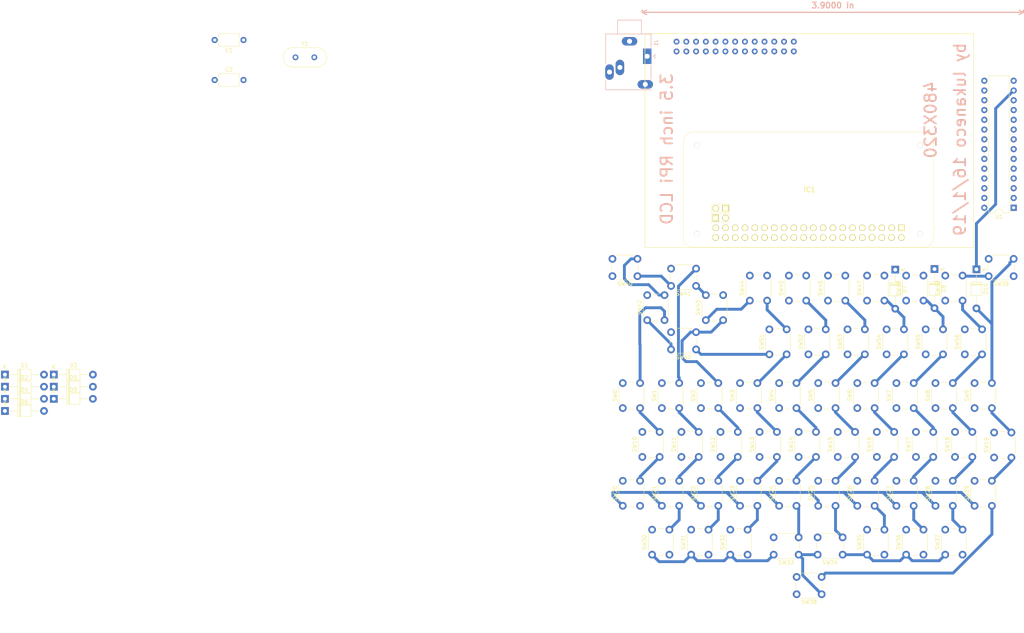
<source format=kicad_pcb>
(kicad_pcb (version 20171130) (host pcbnew "(5.0.2)-1")
  (layers (0 F.Cu signal) (31 B.Cu signal) (34 B.Paste user) (35 F.Paste user) (36 B.SilkS user) (37 F.SilkS user) (38 B.Mask user) (39 F.Mask user) (44 Edge.Cuts user))
  (net 0 "")
  (net 1 Col2)
  (net 2 Col3)
  (net 3 Col4)
  (net 4 Col5)
  (net 5 Col0)
  (net 6 Col1)
  (net 7 Reset)
  (net 8 Serial_RX)
  (net 9 Serial_TX)
  (net 10 USB_D+)
  (net 11 USB_D-)
  (net 12 Osc1)
  (net 13 Osc2)
  (net 14 "Net-(DS1-Pad3)")
  (net 15 "Net-(DS1-Pad5)")
  (net 16 "Net-(DS1-Pad7)")
  (net 17 "Net-(DS1-Pad8)")
  (net 18 "Net-(DS1-Pad10)")
  (net 19 "Net-(DS1-Pad12)")
  (net 20 "Net-(DS1-Pad13)")
  (net 21 "Net-(DS1-Pad15)")
  (net 22 "Net-(DS1-Pad16)")
  (net 23 "Net-(J1-PadT)")
  (net 24 "Net-(J1-PadR)")
  (net 25 "Net-(J1-PadS)")
  (net 26 +3V3)
  (net 27 +5V)
  (net 28 GND)
  (net 29 TP_IRQ)
  (net 30 LCD_RS)
  (net 31 TP_SO)
  (net 32 RST)
  (net 33 LCD_SCK)
  (net 34 LCD_CS)
  (net 35 TP_CS)
  (net 36 Row0)
  (net 37 "Net-(D1-Pad2)")
  (net 38 "Net-(D2-Pad2)")
  (net 39 Row1)
  (net 40 Row2)
  (net 41 "Net-(D3-Pad2)")
  (net 42 "Net-(D4-Pad2)")
  (net 43 Row3)
  (net 44 Row4)
  (net 45 "Net-(D5-Pad2)")
  (net 46 Row5)
  (net 47 "Net-(D6-Pad2)")
  (net 48 "Net-(D7-Pad2)")
  (net 49 Row6)
  (net 50 "Net-(D8-Pad2)")
  (net 51 Row7)
  (net 52 Row8)
  (net 53 "Net-(D9-Pad2)")
  (net 54 "Net-(D10-Pad2)")
  (net 55 Row9)
  (net 56 "Net-(IC1-Pad3)")
  (net 57 "Net-(IC1-Pad5)")
  (net 58 "Net-(IC1-Pad7)")
  (net 59 "Net-(IC1-Pad8)")
  (net 60 "Net-(IC1-Pad10)")
  (net 61 "Net-(IC1-Pad12)")
  (net 62 "Net-(IC1-Pad13)")
  (net 63 "Net-(IC1-Pad15)")
  (net 64 "Net-(IC1-Pad16)")
  (net 65 "Net-(IC1-Pad19)")
  (net 66 "Net-(IC1-Pad27)")
  (net 67 "Net-(IC1-Pad28)")
  (net 68 "Net-(IC1-Pad29)")
  (net 69 "Net-(IC1-Pad30)")
  (net 70 "Net-(IC1-Pad31)")
  (net 71 "Net-(IC1-Pad32)")
  (net 72 "Net-(IC1-Pad33)")
  (net 73 "Net-(IC1-Pad34)")
  (net 74 "Net-(IC1-Pad35)")
  (net 75 "Net-(IC1-Pad36)")
  (net 76 "Net-(IC1-Pad37)")
  (net 77 "Net-(IC1-Pad38)")
  (net 78 "Net-(IC1-Pad39)")
  (net 79 "Net-(IC1-Pad40)")
  (net 80 "Net-(IC1-Pad41)")
  (net 81 "Net-(IC1-Pad42)")
  (net 82 "Net-(IC1-Pad43)")
  (net 83 "Net-(IC1-Pad44)")
  (module Button_Switch_THT:SW_PUSH_6mm (layer F.Cu) (at 60.96 130.81 90)
    (fp_text reference SW0 (at 3.25 -2 90) (layer F.SilkS))
    (fp_text value SW_Push)
    (pad 2 thru_hole circle (at 0 4.5 180) (size 2 2) (drill 1.1) (layers *.Cu *.Mask) (net 37 "Net-(D1-Pad2)"))
    (pad 1 thru_hole circle (at 0 0 180) (size 2 2) (drill 1.1) (layers *.Cu *.Mask) (net 1 Col2))
    (pad 2 thru_hole circle (at 6.5 4.5 180) (size 2 2) (drill 1.1) (layers *.Cu *.Mask) (net 37 "Net-(D1-Pad2)"))
    (pad 1 thru_hole circle (at 6.5 0 180) (size 2 2) (drill 1.1) (layers *.Cu *.Mask) (net 1 Col2))
  )
  (module Button_Switch_THT:SW_PUSH_6mm (layer F.Cu) (at 71.12 130.81 90)
    (fp_text reference SW1 (at 3.25 -2 90) (layer F.SilkS))
    (fp_text value SW_Push)
    (pad 1 thru_hole circle (at 6.5 0 180) (size 2 2) (drill 1.1) (layers *.Cu *.Mask) (net 1 Col2))
    (pad 2 thru_hole circle (at 6.5 4.5 180) (size 2 2) (drill 1.1) (layers *.Cu *.Mask) (net 38 "Net-(D2-Pad2)"))
    (pad 1 thru_hole circle (at 0 0 180) (size 2 2) (drill 1.1) (layers *.Cu *.Mask) (net 1 Col2))
    (pad 2 thru_hole circle (at 0 4.5 180) (size 2 2) (drill 1.1) (layers *.Cu *.Mask) (net 38 "Net-(D2-Pad2)"))
  )
  (module Button_Switch_THT:SW_PUSH_6mm (layer F.Cu) (at 81.28 130.81 90)
    (fp_text reference SW2 (at 3.25 -2 90) (layer F.SilkS))
    (fp_text value SW_Push)
    (pad 2 thru_hole circle (at 0 4.5 180) (size 2 2) (drill 1.1) (layers *.Cu *.Mask) (net 41 "Net-(D3-Pad2)"))
    (pad 1 thru_hole circle (at 0 0 180) (size 2 2) (drill 1.1) (layers *.Cu *.Mask) (net 1 Col2))
    (pad 2 thru_hole circle (at 6.5 4.5 180) (size 2 2) (drill 1.1) (layers *.Cu *.Mask) (net 41 "Net-(D3-Pad2)"))
    (pad 1 thru_hole circle (at 6.5 0 180) (size 2 2) (drill 1.1) (layers *.Cu *.Mask) (net 1 Col2))
  )
  (module Button_Switch_THT:SW_PUSH_6mm (layer F.Cu) (at 91.44 130.81 90)
    (fp_text reference SW3 (at 3.25 -2 90) (layer F.SilkS))
    (fp_text value SW_Push)
    (pad 2 thru_hole circle (at 0 4.5 180) (size 2 2) (drill 1.1) (layers *.Cu *.Mask) (net 42 "Net-(D4-Pad2)"))
    (pad 1 thru_hole circle (at 0 0 180) (size 2 2) (drill 1.1) (layers *.Cu *.Mask) (net 1 Col2))
    (pad 2 thru_hole circle (at 6.5 4.5 180) (size 2 2) (drill 1.1) (layers *.Cu *.Mask) (net 42 "Net-(D4-Pad2)"))
    (pad 1 thru_hole circle (at 6.5 0 180) (size 2 2) (drill 1.1) (layers *.Cu *.Mask) (net 1 Col2))
  )
  (module Button_Switch_THT:SW_PUSH_6mm (layer F.Cu) (at 101.6 130.81 90)
    (fp_text reference SW4 (at 3.25 -2 90) (layer F.SilkS))
    (fp_text value SW_Push)
    (pad 1 thru_hole circle (at 6.5 0 180) (size 2 2) (drill 1.1) (layers *.Cu *.Mask) (net 1 Col2))
    (pad 2 thru_hole circle (at 6.5 4.5 180) (size 2 2) (drill 1.1) (layers *.Cu *.Mask) (net 45 "Net-(D5-Pad2)"))
    (pad 1 thru_hole circle (at 0 0 180) (size 2 2) (drill 1.1) (layers *.Cu *.Mask) (net 1 Col2))
    (pad 2 thru_hole circle (at 0 4.5 180) (size 2 2) (drill 1.1) (layers *.Cu *.Mask) (net 45 "Net-(D5-Pad2)"))
  )
  (module Button_Switch_THT:SW_PUSH_6mm (layer F.Cu) (at 111.76 130.81 90)
    (fp_text reference SW5 (at 3.25 -2 90) (layer F.SilkS))
    (fp_text value SW_Push)
    (pad 2 thru_hole circle (at 0 4.5 180) (size 2 2) (drill 1.1) (layers *.Cu *.Mask) (net 47 "Net-(D6-Pad2)"))
    (pad 1 thru_hole circle (at 0 0 180) (size 2 2) (drill 1.1) (layers *.Cu *.Mask) (net 1 Col2))
    (pad 2 thru_hole circle (at 6.5 4.5 180) (size 2 2) (drill 1.1) (layers *.Cu *.Mask) (net 47 "Net-(D6-Pad2)"))
    (pad 1 thru_hole circle (at 6.5 0 180) (size 2 2) (drill 1.1) (layers *.Cu *.Mask) (net 1 Col2))
  )
  (module Button_Switch_THT:SW_PUSH_6mm (layer F.Cu) (at 121.92 130.81 90)
    (fp_text reference SW6 (at 3.25 -2 90) (layer F.SilkS))
    (fp_text value SW_Push)
    (pad 2 thru_hole circle (at 0 4.5 180) (size 2 2) (drill 1.1) (layers *.Cu *.Mask) (net 48 "Net-(D7-Pad2)"))
    (pad 1 thru_hole circle (at 0 0 180) (size 2 2) (drill 1.1) (layers *.Cu *.Mask) (net 1 Col2))
    (pad 2 thru_hole circle (at 6.5 4.5 180) (size 2 2) (drill 1.1) (layers *.Cu *.Mask) (net 48 "Net-(D7-Pad2)"))
    (pad 1 thru_hole circle (at 6.5 0 180) (size 2 2) (drill 1.1) (layers *.Cu *.Mask) (net 1 Col2))
  )
  (module Button_Switch_THT:SW_PUSH_6mm (layer F.Cu) (at 132.08 130.81 90)
    (fp_text reference SW7 (at 3.25 -2 90) (layer F.SilkS))
    (fp_text value SW_Push)
    (pad 1 thru_hole circle (at 6.5 0 180) (size 2 2) (drill 1.1) (layers *.Cu *.Mask) (net 1 Col2))
    (pad 2 thru_hole circle (at 6.5 4.5 180) (size 2 2) (drill 1.1) (layers *.Cu *.Mask) (net 50 "Net-(D8-Pad2)"))
    (pad 1 thru_hole circle (at 0 0 180) (size 2 2) (drill 1.1) (layers *.Cu *.Mask) (net 1 Col2))
    (pad 2 thru_hole circle (at 0 4.5 180) (size 2 2) (drill 1.1) (layers *.Cu *.Mask) (net 50 "Net-(D8-Pad2)"))
  )
  (module Button_Switch_THT:SW_PUSH_6mm (layer F.Cu) (at 142.24 130.81 90)
    (fp_text reference SW8 (at 3.25 -2 90) (layer F.SilkS))
    (fp_text value SW_Push)
    (pad 1 thru_hole circle (at 6.5 0 180) (size 2 2) (drill 1.1) (layers *.Cu *.Mask) (net 1 Col2))
    (pad 2 thru_hole circle (at 6.5 4.5 180) (size 2 2) (drill 1.1) (layers *.Cu *.Mask) (net 53 "Net-(D9-Pad2)"))
    (pad 1 thru_hole circle (at 0 0 180) (size 2 2) (drill 1.1) (layers *.Cu *.Mask) (net 1 Col2))
    (pad 2 thru_hole circle (at 0 4.5 180) (size 2 2) (drill 1.1) (layers *.Cu *.Mask) (net 53 "Net-(D9-Pad2)"))
  )
  (module Button_Switch_THT:SW_PUSH_6mm (layer F.Cu) (at 152.4 130.81 90)
    (fp_text reference SW9 (at 3.25 -2 90) (layer F.SilkS))
    (fp_text value SW_Push)
    (pad 2 thru_hole circle (at 0 4.5 180) (size 2 2) (drill 1.1) (layers *.Cu *.Mask) (net 54 "Net-(D10-Pad2)"))
    (pad 1 thru_hole circle (at 0 0 180) (size 2 2) (drill 1.1) (layers *.Cu *.Mask) (net 1 Col2))
    (pad 2 thru_hole circle (at 6.5 4.5 180) (size 2 2) (drill 1.1) (layers *.Cu *.Mask) (net 54 "Net-(D10-Pad2)"))
    (pad 1 thru_hole circle (at 6.5 0 180) (size 2 2) (drill 1.1) (layers *.Cu *.Mask) (net 1 Col2))
  )
  (module Button_Switch_THT:SW_PUSH_6mm (layer F.Cu) (at 66.04 143.51 90)
    (fp_text reference SW10 (at 3.25 -2 90) (layer F.SilkS))
    (fp_text value SW_Push)
    (pad 1 thru_hole circle (at 6.5 0 180) (size 2 2) (drill 1.1) (layers *.Cu *.Mask) (net 2 Col3))
    (pad 2 thru_hole circle (at 6.5 4.5 180) (size 2 2) (drill 1.1) (layers *.Cu *.Mask) (net 37 "Net-(D1-Pad2)"))
    (pad 1 thru_hole circle (at 0 0 180) (size 2 2) (drill 1.1) (layers *.Cu *.Mask) (net 2 Col3))
    (pad 2 thru_hole circle (at 0 4.5 180) (size 2 2) (drill 1.1) (layers *.Cu *.Mask) (net 37 "Net-(D1-Pad2)"))
  )
  (module Button_Switch_THT:SW_PUSH_6mm (layer F.Cu) (at 76.2 143.51 90)
    (fp_text reference SW11 (at 3.25 -2 90) (layer F.SilkS))
    (fp_text value SW_Push)
    (pad 2 thru_hole circle (at 0 4.5 180) (size 2 2) (drill 1.1) (layers *.Cu *.Mask) (net 38 "Net-(D2-Pad2)"))
    (pad 1 thru_hole circle (at 0 0 180) (size 2 2) (drill 1.1) (layers *.Cu *.Mask) (net 2 Col3))
    (pad 2 thru_hole circle (at 6.5 4.5 180) (size 2 2) (drill 1.1) (layers *.Cu *.Mask) (net 38 "Net-(D2-Pad2)"))
    (pad 1 thru_hole circle (at 6.5 0 180) (size 2 2) (drill 1.1) (layers *.Cu *.Mask) (net 2 Col3))
  )
  (module Button_Switch_THT:SW_PUSH_6mm (layer F.Cu) (at 86.36 143.51 90)
    (fp_text reference SW12 (at 3.25 -2 90) (layer F.SilkS))
    (fp_text value SW_Push)
    (pad 1 thru_hole circle (at 6.5 0 180) (size 2 2) (drill 1.1) (layers *.Cu *.Mask) (net 2 Col3))
    (pad 2 thru_hole circle (at 6.5 4.5 180) (size 2 2) (drill 1.1) (layers *.Cu *.Mask) (net 41 "Net-(D3-Pad2)"))
    (pad 1 thru_hole circle (at 0 0 180) (size 2 2) (drill 1.1) (layers *.Cu *.Mask) (net 2 Col3))
    (pad 2 thru_hole circle (at 0 4.5 180) (size 2 2) (drill 1.1) (layers *.Cu *.Mask) (net 41 "Net-(D3-Pad2)"))
  )
  (module Button_Switch_THT:SW_PUSH_6mm (layer F.Cu) (at 96.52 143.51 90)
    (fp_text reference SW13 (at 3.25 -2 90) (layer F.SilkS))
    (fp_text value SW_Push)
    (pad 1 thru_hole circle (at 6.5 0 180) (size 2 2) (drill 1.1) (layers *.Cu *.Mask) (net 2 Col3))
    (pad 2 thru_hole circle (at 6.5 4.5 180) (size 2 2) (drill 1.1) (layers *.Cu *.Mask) (net 42 "Net-(D4-Pad2)"))
    (pad 1 thru_hole circle (at 0 0 180) (size 2 2) (drill 1.1) (layers *.Cu *.Mask) (net 2 Col3))
    (pad 2 thru_hole circle (at 0 4.5 180) (size 2 2) (drill 1.1) (layers *.Cu *.Mask) (net 42 "Net-(D4-Pad2)"))
  )
  (module Button_Switch_THT:SW_PUSH_6mm (layer F.Cu) (at 106.68 143.51 90)
    (fp_text reference SW14 (at 3.25 -2 90) (layer F.SilkS))
    (fp_text value SW_Push)
    (pad 2 thru_hole circle (at 0 4.5 180) (size 2 2) (drill 1.1) (layers *.Cu *.Mask) (net 45 "Net-(D5-Pad2)"))
    (pad 1 thru_hole circle (at 0 0 180) (size 2 2) (drill 1.1) (layers *.Cu *.Mask) (net 2 Col3))
    (pad 2 thru_hole circle (at 6.5 4.5 180) (size 2 2) (drill 1.1) (layers *.Cu *.Mask) (net 45 "Net-(D5-Pad2)"))
    (pad 1 thru_hole circle (at 6.5 0 180) (size 2 2) (drill 1.1) (layers *.Cu *.Mask) (net 2 Col3))
  )
  (module Button_Switch_THT:SW_PUSH_6mm (layer F.Cu) (at 116.84 143.51 90)
    (fp_text reference SW15 (at 3.25 -2 90) (layer F.SilkS))
    (fp_text value SW_Push)
    (pad 2 thru_hole circle (at 0 4.5 180) (size 2 2) (drill 1.1) (layers *.Cu *.Mask) (net 47 "Net-(D6-Pad2)"))
    (pad 1 thru_hole circle (at 0 0 180) (size 2 2) (drill 1.1) (layers *.Cu *.Mask) (net 2 Col3))
    (pad 2 thru_hole circle (at 6.5 4.5 180) (size 2 2) (drill 1.1) (layers *.Cu *.Mask) (net 47 "Net-(D6-Pad2)"))
    (pad 1 thru_hole circle (at 6.5 0 180) (size 2 2) (drill 1.1) (layers *.Cu *.Mask) (net 2 Col3))
  )
  (module Button_Switch_THT:SW_PUSH_6mm (layer F.Cu) (at 127 143.51 90)
    (fp_text reference SW16 (at 3.25 -2 90) (layer F.SilkS))
    (fp_text value SW_Push)
    (pad 1 thru_hole circle (at 6.5 0 180) (size 2 2) (drill 1.1) (layers *.Cu *.Mask) (net 2 Col3))
    (pad 2 thru_hole circle (at 6.5 4.5 180) (size 2 2) (drill 1.1) (layers *.Cu *.Mask) (net 48 "Net-(D7-Pad2)"))
    (pad 1 thru_hole circle (at 0 0 180) (size 2 2) (drill 1.1) (layers *.Cu *.Mask) (net 2 Col3))
    (pad 2 thru_hole circle (at 0 4.5 180) (size 2 2) (drill 1.1) (layers *.Cu *.Mask) (net 48 "Net-(D7-Pad2)"))
  )
  (module Button_Switch_THT:SW_PUSH_6mm (layer F.Cu) (at 137.16 143.51 90)
    (fp_text reference SW17 (at 3.25 -2 90) (layer F.SilkS))
    (fp_text value SW_Push)
    (pad 2 thru_hole circle (at 0 4.5 180) (size 2 2) (drill 1.1) (layers *.Cu *.Mask) (net 50 "Net-(D8-Pad2)"))
    (pad 1 thru_hole circle (at 0 0 180) (size 2 2) (drill 1.1) (layers *.Cu *.Mask) (net 2 Col3))
    (pad 2 thru_hole circle (at 6.5 4.5 180) (size 2 2) (drill 1.1) (layers *.Cu *.Mask) (net 50 "Net-(D8-Pad2)"))
    (pad 1 thru_hole circle (at 6.5 0 180) (size 2 2) (drill 1.1) (layers *.Cu *.Mask) (net 2 Col3))
  )
  (module Button_Switch_THT:SW_PUSH_6mm (layer F.Cu) (at 147.32 143.51 90)
    (fp_text reference SW18 (at 3.25 -2 90) (layer F.SilkS))
    (fp_text value SW_Push)
    (pad 1 thru_hole circle (at 6.5 0 180) (size 2 2) (drill 1.1) (layers *.Cu *.Mask) (net 2 Col3))
    (pad 2 thru_hole circle (at 6.5 4.5 180) (size 2 2) (drill 1.1) (layers *.Cu *.Mask) (net 53 "Net-(D9-Pad2)"))
    (pad 1 thru_hole circle (at 0 0 180) (size 2 2) (drill 1.1) (layers *.Cu *.Mask) (net 2 Col3))
    (pad 2 thru_hole circle (at 0 4.5 180) (size 2 2) (drill 1.1) (layers *.Cu *.Mask) (net 53 "Net-(D9-Pad2)"))
  )
  (module Button_Switch_THT:SW_PUSH_6mm (layer F.Cu) (at 157.48 143.66 90)
    (fp_text reference SW19 (at 3.25 -2 90) (layer F.SilkS))
    (fp_text value SW_Push)
    (pad 1 thru_hole circle (at 6.5 0 180) (size 2 2) (drill 1.1) (layers *.Cu *.Mask) (net 2 Col3))
    (pad 2 thru_hole circle (at 6.5 4.5 180) (size 2 2) (drill 1.1) (layers *.Cu *.Mask) (net 54 "Net-(D10-Pad2)"))
    (pad 1 thru_hole circle (at 0 0 180) (size 2 2) (drill 1.1) (layers *.Cu *.Mask) (net 2 Col3))
    (pad 2 thru_hole circle (at 0 4.5 180) (size 2 2) (drill 1.1) (layers *.Cu *.Mask) (net 54 "Net-(D10-Pad2)"))
  )
  (module Button_Switch_THT:SW_PUSH_6mm (layer F.Cu) (at 60.96 156.21 90)
    (fp_text reference SW20 (at 3.25 -2 90) (layer F.SilkS))
    (fp_text value SW_Push)
    (pad 2 thru_hole circle (at 0 4.5 180) (size 2 2) (drill 1.1) (layers *.Cu *.Mask) (net 37 "Net-(D1-Pad2)"))
    (pad 1 thru_hole circle (at 0 0 180) (size 2 2) (drill 1.1) (layers *.Cu *.Mask) (net 3 Col4))
    (pad 2 thru_hole circle (at 6.5 4.5 180) (size 2 2) (drill 1.1) (layers *.Cu *.Mask) (net 37 "Net-(D1-Pad2)"))
    (pad 1 thru_hole circle (at 6.5 0 180) (size 2 2) (drill 1.1) (layers *.Cu *.Mask) (net 3 Col4))
  )
  (module Button_Switch_THT:SW_PUSH_6mm (layer F.Cu) (at 71.12 156.21 90)
    (fp_text reference SW21 (at 3.25 -2 90) (layer F.SilkS))
    (fp_text value SW_Push)
    (pad 1 thru_hole circle (at 6.5 0 180) (size 2 2) (drill 1.1) (layers *.Cu *.Mask) (net 3 Col4))
    (pad 2 thru_hole circle (at 6.5 4.5 180) (size 2 2) (drill 1.1) (layers *.Cu *.Mask) (net 38 "Net-(D2-Pad2)"))
    (pad 1 thru_hole circle (at 0 0 180) (size 2 2) (drill 1.1) (layers *.Cu *.Mask) (net 3 Col4))
    (pad 2 thru_hole circle (at 0 4.5 180) (size 2 2) (drill 1.1) (layers *.Cu *.Mask) (net 38 "Net-(D2-Pad2)"))
  )
  (module Button_Switch_THT:SW_PUSH_6mm (layer F.Cu) (at 81.28 156.21 90)
    (fp_text reference SW22 (at 3.25 -2 90) (layer F.SilkS))
    (fp_text value SW_Push)
    (pad 2 thru_hole circle (at 0 4.5 180) (size 2 2) (drill 1.1) (layers *.Cu *.Mask) (net 41 "Net-(D3-Pad2)"))
    (pad 1 thru_hole circle (at 0 0 180) (size 2 2) (drill 1.1) (layers *.Cu *.Mask) (net 3 Col4))
    (pad 2 thru_hole circle (at 6.5 4.5 180) (size 2 2) (drill 1.1) (layers *.Cu *.Mask) (net 41 "Net-(D3-Pad2)"))
    (pad 1 thru_hole circle (at 6.5 0 180) (size 2 2) (drill 1.1) (layers *.Cu *.Mask) (net 3 Col4))
  )
  (module Button_Switch_THT:SW_PUSH_6mm (layer F.Cu) (at 91.44 156.21 90)
    (fp_text reference SW23 (at 3.25 -2 90) (layer F.SilkS))
    (fp_text value SW_Push)
    (pad 2 thru_hole circle (at 0 4.5 180) (size 2 2) (drill 1.1) (layers *.Cu *.Mask) (net 42 "Net-(D4-Pad2)"))
    (pad 1 thru_hole circle (at 0 0 180) (size 2 2) (drill 1.1) (layers *.Cu *.Mask) (net 3 Col4))
    (pad 2 thru_hole circle (at 6.5 4.5 180) (size 2 2) (drill 1.1) (layers *.Cu *.Mask) (net 42 "Net-(D4-Pad2)"))
    (pad 1 thru_hole circle (at 6.5 0 180) (size 2 2) (drill 1.1) (layers *.Cu *.Mask) (net 3 Col4))
  )
  (module Button_Switch_THT:SW_PUSH_6mm (layer F.Cu) (at 101.6 156.21 90)
    (fp_text reference SW24 (at 3.25 -2 90) (layer F.SilkS))
    (fp_text value SW_Push)
    (pad 2 thru_hole circle (at 0 4.5 180) (size 2 2) (drill 1.1) (layers *.Cu *.Mask) (net 45 "Net-(D5-Pad2)"))
    (pad 1 thru_hole circle (at 0 0 180) (size 2 2) (drill 1.1) (layers *.Cu *.Mask) (net 3 Col4))
    (pad 2 thru_hole circle (at 6.5 4.5 180) (size 2 2) (drill 1.1) (layers *.Cu *.Mask) (net 45 "Net-(D5-Pad2)"))
    (pad 1 thru_hole circle (at 6.5 0 180) (size 2 2) (drill 1.1) (layers *.Cu *.Mask) (net 3 Col4))
  )
  (module Button_Switch_THT:SW_PUSH_6mm (layer F.Cu) (at 111.76 156.21 90)
    (fp_text reference SW25 (at 3.25 -2 90) (layer F.SilkS))
    (fp_text value SW_Push)
    (pad 1 thru_hole circle (at 6.5 0 180) (size 2 2) (drill 1.1) (layers *.Cu *.Mask) (net 3 Col4))
    (pad 2 thru_hole circle (at 6.5 4.5 180) (size 2 2) (drill 1.1) (layers *.Cu *.Mask) (net 47 "Net-(D6-Pad2)"))
    (pad 1 thru_hole circle (at 0 0 180) (size 2 2) (drill 1.1) (layers *.Cu *.Mask) (net 3 Col4))
    (pad 2 thru_hole circle (at 0 4.5 180) (size 2 2) (drill 1.1) (layers *.Cu *.Mask) (net 47 "Net-(D6-Pad2)"))
  )
  (module Button_Switch_THT:SW_PUSH_6mm (layer F.Cu) (at 121.92 156.21 90)
    (fp_text reference SW26 (at 3.25 -2 90) (layer F.SilkS))
    (fp_text value SW_Push)
    (pad 2 thru_hole circle (at 0 4.5 180) (size 2 2) (drill 1.1) (layers *.Cu *.Mask) (net 48 "Net-(D7-Pad2)"))
    (pad 1 thru_hole circle (at 0 0 180) (size 2 2) (drill 1.1) (layers *.Cu *.Mask) (net 3 Col4))
    (pad 2 thru_hole circle (at 6.5 4.5 180) (size 2 2) (drill 1.1) (layers *.Cu *.Mask) (net 48 "Net-(D7-Pad2)"))
    (pad 1 thru_hole circle (at 6.5 0 180) (size 2 2) (drill 1.1) (layers *.Cu *.Mask) (net 3 Col4))
  )
  (module Button_Switch_THT:SW_PUSH_6mm (layer F.Cu) (at 132.08 156.21 90)
    (fp_text reference SW27 (at 3.25 -2 90) (layer F.SilkS))
    (fp_text value SW_Push)
    (pad 1 thru_hole circle (at 6.5 0 180) (size 2 2) (drill 1.1) (layers *.Cu *.Mask) (net 3 Col4))
    (pad 2 thru_hole circle (at 6.5 4.5 180) (size 2 2) (drill 1.1) (layers *.Cu *.Mask) (net 50 "Net-(D8-Pad2)"))
    (pad 1 thru_hole circle (at 0 0 180) (size 2 2) (drill 1.1) (layers *.Cu *.Mask) (net 3 Col4))
    (pad 2 thru_hole circle (at 0 4.5 180) (size 2 2) (drill 1.1) (layers *.Cu *.Mask) (net 50 "Net-(D8-Pad2)"))
  )
  (module Button_Switch_THT:SW_PUSH_6mm (layer F.Cu) (at 142.24 156.21 90)
    (fp_text reference SW28 (at 3.25 -2 90) (layer F.SilkS))
    (fp_text value SW_Push)
    (pad 2 thru_hole circle (at 0 4.5 180) (size 2 2) (drill 1.1) (layers *.Cu *.Mask) (net 53 "Net-(D9-Pad2)"))
    (pad 1 thru_hole circle (at 0 0 180) (size 2 2) (drill 1.1) (layers *.Cu *.Mask) (net 3 Col4))
    (pad 2 thru_hole circle (at 6.5 4.5 180) (size 2 2) (drill 1.1) (layers *.Cu *.Mask) (net 53 "Net-(D9-Pad2)"))
    (pad 1 thru_hole circle (at 6.5 0 180) (size 2 2) (drill 1.1) (layers *.Cu *.Mask) (net 3 Col4))
  )
  (module Button_Switch_THT:SW_PUSH_6mm (layer F.Cu) (at 152.4 156.21 90)
    (fp_text reference SW29 (at 3.25 -2 90) (layer F.SilkS))
    (fp_text value SW_Push)
    (pad 1 thru_hole circle (at 6.5 0 180) (size 2 2) (drill 1.1) (layers *.Cu *.Mask) (net 3 Col4))
    (pad 2 thru_hole circle (at 6.5 4.5 180) (size 2 2) (drill 1.1) (layers *.Cu *.Mask) (net 54 "Net-(D10-Pad2)"))
    (pad 1 thru_hole circle (at 0 0 180) (size 2 2) (drill 1.1) (layers *.Cu *.Mask) (net 3 Col4))
    (pad 2 thru_hole circle (at 0 4.5 180) (size 2 2) (drill 1.1) (layers *.Cu *.Mask) (net 54 "Net-(D10-Pad2)"))
  )
  (module Button_Switch_THT:SW_PUSH_6mm (layer F.Cu) (at 68.58 168.91 90)
    (fp_text reference SW30 (at 3.25 -2 90) (layer F.SilkS))
    (fp_text value SW_Push)
    (pad 1 thru_hole circle (at 6.5 0 180) (size 2 2) (drill 1.1) (layers *.Cu *.Mask) (net 4 Col5))
    (pad 2 thru_hole circle (at 6.5 4.5 180) (size 2 2) (drill 1.1) (layers *.Cu *.Mask) (net 38 "Net-(D2-Pad2)"))
    (pad 1 thru_hole circle (at 0 0 180) (size 2 2) (drill 1.1) (layers *.Cu *.Mask) (net 4 Col5))
    (pad 2 thru_hole circle (at 0 4.5 180) (size 2 2) (drill 1.1) (layers *.Cu *.Mask) (net 38 "Net-(D2-Pad2)"))
  )
  (module Button_Switch_THT:SW_PUSH_6mm (layer F.Cu) (at 78.74 168.91 90)
    (fp_text reference SW31 (at 3.25 -2 90) (layer F.SilkS))
    (fp_text value SW_Push)
    (pad 2 thru_hole circle (at 0 4.5 180) (size 2 2) (drill 1.1) (layers *.Cu *.Mask) (net 41 "Net-(D3-Pad2)"))
    (pad 1 thru_hole circle (at 0 0 180) (size 2 2) (drill 1.1) (layers *.Cu *.Mask) (net 4 Col5))
    (pad 2 thru_hole circle (at 6.5 4.5 180) (size 2 2) (drill 1.1) (layers *.Cu *.Mask) (net 41 "Net-(D3-Pad2)"))
    (pad 1 thru_hole circle (at 6.5 0 180) (size 2 2) (drill 1.1) (layers *.Cu *.Mask) (net 4 Col5))
  )
  (module Button_Switch_THT:SW_PUSH_6mm (layer F.Cu) (at 88.9 168.91 90)
    (fp_text reference SW32 (at 3.25 -2 90) (layer F.SilkS))
    (fp_text value SW_Push)
    (pad 1 thru_hole circle (at 6.5 0 180) (size 2 2) (drill 1.1) (layers *.Cu *.Mask) (net 4 Col5))
    (pad 2 thru_hole circle (at 6.5 4.5 180) (size 2 2) (drill 1.1) (layers *.Cu *.Mask) (net 42 "Net-(D4-Pad2)"))
    (pad 1 thru_hole circle (at 0 0 180) (size 2 2) (drill 1.1) (layers *.Cu *.Mask) (net 4 Col5))
    (pad 2 thru_hole circle (at 0 4.5 180) (size 2 2) (drill 1.1) (layers *.Cu *.Mask) (net 42 "Net-(D4-Pad2)"))
  )
  (module Button_Switch_THT:SW_PUSH_6mm (layer F.Cu) (at 106.68 168.91 180)
    (fp_text reference SW33 (at 3.25 -2 180) (layer F.SilkS))
    (fp_text value SW_Push)
    (pad 2 thru_hole circle (at 0 4.5 270) (size 2 2) (drill 1.1) (layers *.Cu *.Mask) (net 45 "Net-(D5-Pad2)"))
    (pad 1 thru_hole circle (at 0 0 270) (size 2 2) (drill 1.1) (layers *.Cu *.Mask) (net 4 Col5))
    (pad 2 thru_hole circle (at 6.5 4.5 270) (size 2 2) (drill 1.1) (layers *.Cu *.Mask) (net 45 "Net-(D5-Pad2)"))
    (pad 1 thru_hole circle (at 6.5 0 270) (size 2 2) (drill 1.1) (layers *.Cu *.Mask) (net 4 Col5))
  )
  (module Button_Switch_THT:SW_PUSH_6mm (layer F.Cu) (at 118.11 168.91 180)
    (fp_text reference SW34 (at 3.25 -2 180) (layer F.SilkS))
    (fp_text value SW_Push)
    (pad 2 thru_hole circle (at 0 4.5 270) (size 2 2) (drill 1.1) (layers *.Cu *.Mask) (net 47 "Net-(D6-Pad2)"))
    (pad 1 thru_hole circle (at 0 0 270) (size 2 2) (drill 1.1) (layers *.Cu *.Mask) (net 4 Col5))
    (pad 2 thru_hole circle (at 6.5 4.5 270) (size 2 2) (drill 1.1) (layers *.Cu *.Mask) (net 47 "Net-(D6-Pad2)"))
    (pad 1 thru_hole circle (at 6.5 0 270) (size 2 2) (drill 1.1) (layers *.Cu *.Mask) (net 4 Col5))
  )
  (module Button_Switch_THT:SW_PUSH_6mm (layer F.Cu) (at 124.46 168.91 90)
    (fp_text reference SW35 (at 3.25 -2 90) (layer F.SilkS))
    (fp_text value SW_Push)
    (pad 2 thru_hole circle (at 0 4.5 180) (size 2 2) (drill 1.1) (layers *.Cu *.Mask) (net 48 "Net-(D7-Pad2)"))
    (pad 1 thru_hole circle (at 0 0 180) (size 2 2) (drill 1.1) (layers *.Cu *.Mask) (net 4 Col5))
    (pad 2 thru_hole circle (at 6.5 4.5 180) (size 2 2) (drill 1.1) (layers *.Cu *.Mask) (net 48 "Net-(D7-Pad2)"))
    (pad 1 thru_hole circle (at 6.5 0 180) (size 2 2) (drill 1.1) (layers *.Cu *.Mask) (net 4 Col5))
  )
  (module Button_Switch_THT:SW_PUSH_6mm (layer F.Cu) (at 134.62 168.91 90)
    (fp_text reference SW36 (at 3.25 -2 90) (layer F.SilkS))
    (fp_text value SW_Push)
    (pad 2 thru_hole circle (at 0 4.5 180) (size 2 2) (drill 1.1) (layers *.Cu *.Mask) (net 50 "Net-(D8-Pad2)"))
    (pad 1 thru_hole circle (at 0 0 180) (size 2 2) (drill 1.1) (layers *.Cu *.Mask) (net 4 Col5))
    (pad 2 thru_hole circle (at 6.5 4.5 180) (size 2 2) (drill 1.1) (layers *.Cu *.Mask) (net 50 "Net-(D8-Pad2)"))
    (pad 1 thru_hole circle (at 6.5 0 180) (size 2 2) (drill 1.1) (layers *.Cu *.Mask) (net 4 Col5))
  )
  (module Button_Switch_THT:SW_PUSH_6mm (layer F.Cu) (at 144.78 168.91 90)
    (fp_text reference SW37 (at 3.25 -2 90) (layer F.SilkS))
    (fp_text value SW_Push)
    (pad 1 thru_hole circle (at 6.5 0 180) (size 2 2) (drill 1.1) (layers *.Cu *.Mask) (net 4 Col5))
    (pad 2 thru_hole circle (at 6.5 4.5 180) (size 2 2) (drill 1.1) (layers *.Cu *.Mask) (net 53 "Net-(D9-Pad2)"))
    (pad 1 thru_hole circle (at 0 0 180) (size 2 2) (drill 1.1) (layers *.Cu *.Mask) (net 4 Col5))
    (pad 2 thru_hole circle (at 0 4.5 180) (size 2 2) (drill 1.1) (layers *.Cu *.Mask) (net 53 "Net-(D9-Pad2)"))
  )
  (module Button_Switch_THT:SW_PUSH_6mm (layer F.Cu) (at 112.649 179.197 180)
    (fp_text reference SW38 (at 3.25 -2 180) (layer F.SilkS))
    (fp_text value SW_Push)
    (pad 2 thru_hole circle (at 0 4.5 270) (size 2 2) (drill 1.1) (layers *.Cu *.Mask) (net 54 "Net-(D10-Pad2)"))
    (pad 1 thru_hole circle (at 0 0 270) (size 2 2) (drill 1.1) (layers *.Cu *.Mask) (net 4 Col5))
    (pad 2 thru_hole circle (at 6.5 4.5 270) (size 2 2) (drill 1.1) (layers *.Cu *.Mask) (net 54 "Net-(D10-Pad2)"))
    (pad 1 thru_hole circle (at 6.5 0 270) (size 2 2) (drill 1.1) (layers *.Cu *.Mask) (net 4 Col5))
  )
  (module Button_Switch_THT:SW_PUSH_6mm (layer F.Cu) (at 162.56 96.52 180)
    (fp_text reference SW39 (at 3.25 -2 180) (layer F.SilkS))
    (fp_text value SW_Push)
    (pad 1 thru_hole circle (at 6.5 0 270) (size 2 2) (drill 1.1) (layers *.Cu *.Mask) (net 53 "Net-(D9-Pad2)"))
    (pad 2 thru_hole circle (at 6.5 4.5 270) (size 2 2) (drill 1.1) (layers *.Cu *.Mask) (net 54 "Net-(D10-Pad2)"))
    (pad 1 thru_hole circle (at 0 0 270) (size 2 2) (drill 1.1) (layers *.Cu *.Mask) (net 53 "Net-(D9-Pad2)"))
    (pad 2 thru_hole circle (at 0 4.5 270) (size 2 2) (drill 1.1) (layers *.Cu *.Mask) (net 54 "Net-(D10-Pad2)"))
  )
  (module Button_Switch_THT:SW_PUSH_6mm (layer F.Cu) (at 64.77 96.52 180)
    (fp_text reference SW40 (at 3.25 -2 180) (layer F.SilkS))
    (fp_text value SW_Push)
    (pad 1 thru_hole circle (at 6.5 0 270) (size 2 2) (drill 1.1) (layers *.Cu *.Mask) (net 5 Col0))
    (pad 2 thru_hole circle (at 6.5 4.5 270) (size 2 2) (drill 1.1) (layers *.Cu *.Mask) (net 37 "Net-(D1-Pad2)"))
    (pad 1 thru_hole circle (at 0 0 270) (size 2 2) (drill 1.1) (layers *.Cu *.Mask) (net 5 Col0))
    (pad 2 thru_hole circle (at 0 4.5 270) (size 2 2) (drill 1.1) (layers *.Cu *.Mask) (net 37 "Net-(D1-Pad2)"))
  )
  (module Button_Switch_THT:SW_PUSH_6mm (layer F.Cu) (at 80.01 99.06 180)
    (fp_text reference SW41 (at 3.25 -2 180) (layer F.SilkS))
    (fp_text value SW_Push)
    (pad 1 thru_hole circle (at 6.5 0 270) (size 2 2) (drill 1.1) (layers *.Cu *.Mask) (net 5 Col0))
    (pad 2 thru_hole circle (at 6.5 4.5 270) (size 2 2) (drill 1.1) (layers *.Cu *.Mask) (net 38 "Net-(D2-Pad2)"))
    (pad 1 thru_hole circle (at 0 0 270) (size 2 2) (drill 1.1) (layers *.Cu *.Mask) (net 5 Col0))
    (pad 2 thru_hole circle (at 0 4.5 270) (size 2 2) (drill 1.1) (layers *.Cu *.Mask) (net 38 "Net-(D2-Pad2)"))
  )
  (module Button_Switch_THT:SW_PUSH_6mm (layer F.Cu) (at 67.31 107.95 90)
    (fp_text reference SW42 (at 3.25 -2 90) (layer F.SilkS))
    (fp_text value SW_Push)
    (pad 1 thru_hole circle (at 6.5 0 180) (size 2 2) (drill 1.1) (layers *.Cu *.Mask) (net 6 Col1))
    (pad 2 thru_hole circle (at 6.5 4.5 180) (size 2 2) (drill 1.1) (layers *.Cu *.Mask) (net 37 "Net-(D1-Pad2)"))
    (pad 1 thru_hole circle (at 0 0 180) (size 2 2) (drill 1.1) (layers *.Cu *.Mask) (net 6 Col1))
    (pad 2 thru_hole circle (at 0 4.5 180) (size 2 2) (drill 1.1) (layers *.Cu *.Mask) (net 37 "Net-(D1-Pad2)"))
  )
  (module Button_Switch_THT:SW_PUSH_6mm (layer F.Cu) (at 82.55 107.95 90)
    (fp_text reference SW43 (at 3.25 -2 90) (layer F.SilkS))
    (fp_text value SW_Push)
    (pad 2 thru_hole circle (at 0 4.5 180) (size 2 2) (drill 1.1) (layers *.Cu *.Mask) (net 41 "Net-(D3-Pad2)"))
    (pad 1 thru_hole circle (at 0 0 180) (size 2 2) (drill 1.1) (layers *.Cu *.Mask) (net 5 Col0))
    (pad 2 thru_hole circle (at 6.5 4.5 180) (size 2 2) (drill 1.1) (layers *.Cu *.Mask) (net 41 "Net-(D3-Pad2)"))
    (pad 1 thru_hole circle (at 6.5 0 180) (size 2 2) (drill 1.1) (layers *.Cu *.Mask) (net 5 Col0))
  )
  (module Button_Switch_THT:SW_PUSH_6mm (layer F.Cu) (at 93.98 102.87 90)
    (fp_text reference SW44 (at 3.25 -2 90) (layer F.SilkS))
    (fp_text value SW_Push)
    (pad 1 thru_hole circle (at 6.5 0 180) (size 2 2) (drill 1.1) (layers *.Cu *.Mask) (net 5 Col0))
    (pad 2 thru_hole circle (at 6.5 4.5 180) (size 2 2) (drill 1.1) (layers *.Cu *.Mask) (net 42 "Net-(D4-Pad2)"))
    (pad 1 thru_hole circle (at 0 0 180) (size 2 2) (drill 1.1) (layers *.Cu *.Mask) (net 5 Col0))
    (pad 2 thru_hole circle (at 0 4.5 180) (size 2 2) (drill 1.1) (layers *.Cu *.Mask) (net 42 "Net-(D4-Pad2)"))
  )
  (module Button_Switch_THT:SW_PUSH_6mm (layer F.Cu) (at 104.14 102.87 90)
    (fp_text reference SW45 (at 3.25 -2 90) (layer F.SilkS))
    (fp_text value SW_Push)
    (pad 2 thru_hole circle (at 0 4.5 180) (size 2 2) (drill 1.1) (layers *.Cu *.Mask) (net 45 "Net-(D5-Pad2)"))
    (pad 1 thru_hole circle (at 0 0 180) (size 2 2) (drill 1.1) (layers *.Cu *.Mask) (net 5 Col0))
    (pad 2 thru_hole circle (at 6.5 4.5 180) (size 2 2) (drill 1.1) (layers *.Cu *.Mask) (net 45 "Net-(D5-Pad2)"))
    (pad 1 thru_hole circle (at 6.5 0 180) (size 2 2) (drill 1.1) (layers *.Cu *.Mask) (net 5 Col0))
  )
  (module Button_Switch_THT:SW_PUSH_6mm (layer F.Cu) (at 114.3 102.87 90)
    (fp_text reference SW46 (at 3.25 -2 90) (layer F.SilkS))
    (fp_text value SW_Push)
    (pad 2 thru_hole circle (at 0 4.5 180) (size 2 2) (drill 1.1) (layers *.Cu *.Mask) (net 47 "Net-(D6-Pad2)"))
    (pad 1 thru_hole circle (at 0 0 180) (size 2 2) (drill 1.1) (layers *.Cu *.Mask) (net 5 Col0))
    (pad 2 thru_hole circle (at 6.5 4.5 180) (size 2 2) (drill 1.1) (layers *.Cu *.Mask) (net 47 "Net-(D6-Pad2)"))
    (pad 1 thru_hole circle (at 6.5 0 180) (size 2 2) (drill 1.1) (layers *.Cu *.Mask) (net 5 Col0))
  )
  (module Button_Switch_THT:SW_PUSH_6mm (layer F.Cu) (at 124.46 102.87 90)
    (fp_text reference SW47 (at 3.25 -2 90) (layer F.SilkS))
    (fp_text value SW_Push)
    (pad 2 thru_hole circle (at 0 4.5 180) (size 2 2) (drill 1.1) (layers *.Cu *.Mask) (net 48 "Net-(D7-Pad2)"))
    (pad 1 thru_hole circle (at 0 0 180) (size 2 2) (drill 1.1) (layers *.Cu *.Mask) (net 5 Col0))
    (pad 2 thru_hole circle (at 6.5 4.5 180) (size 2 2) (drill 1.1) (layers *.Cu *.Mask) (net 48 "Net-(D7-Pad2)"))
    (pad 1 thru_hole circle (at 6.5 0 180) (size 2 2) (drill 1.1) (layers *.Cu *.Mask) (net 5 Col0))
  )
  (module Button_Switch_THT:SW_PUSH_6mm (layer F.Cu) (at 134.62 102.87 90)
    (fp_text reference SW48 (at 3.25 -2 90) (layer F.SilkS))
    (fp_text value SW_Push)
    (pad 2 thru_hole circle (at 0 4.5 180) (size 2 2) (drill 1.1) (layers *.Cu *.Mask) (net 50 "Net-(D8-Pad2)"))
    (pad 1 thru_hole circle (at 0 0 180) (size 2 2) (drill 1.1) (layers *.Cu *.Mask) (net 5 Col0))
    (pad 2 thru_hole circle (at 6.5 4.5 180) (size 2 2) (drill 1.1) (layers *.Cu *.Mask) (net 50 "Net-(D8-Pad2)"))
    (pad 1 thru_hole circle (at 6.5 0 180) (size 2 2) (drill 1.1) (layers *.Cu *.Mask) (net 5 Col0))
  )
  (module Button_Switch_THT:SW_PUSH_6mm (layer F.Cu) (at 144.78 102.87 90)
    (fp_text reference SW49 (at 3.25 -2 90) (layer F.SilkS))
    (fp_text value SW_Push)
    (pad 1 thru_hole circle (at 6.5 0 180) (size 2 2) (drill 1.1) (layers *.Cu *.Mask) (net 5 Col0))
    (pad 2 thru_hole circle (at 6.5 4.5 180) (size 2 2) (drill 1.1) (layers *.Cu *.Mask) (net 53 "Net-(D9-Pad2)"))
    (pad 1 thru_hole circle (at 0 0 180) (size 2 2) (drill 1.1) (layers *.Cu *.Mask) (net 5 Col0))
    (pad 2 thru_hole circle (at 0 4.5 180) (size 2 2) (drill 1.1) (layers *.Cu *.Mask) (net 53 "Net-(D9-Pad2)"))
  )
  (module Button_Switch_THT:SW_PUSH_6mm (layer F.Cu) (at 80.01 115.57 180)
    (fp_text reference SW50 (at 3.25 -2 180) (layer F.SilkS))
    (fp_text value SW_Push)
    (pad 2 thru_hole circle (at 0 4.5 270) (size 2 2) (drill 1.1) (layers *.Cu *.Mask) (net 41 "Net-(D3-Pad2)"))
    (pad 1 thru_hole circle (at 0 0 270) (size 2 2) (drill 1.1) (layers *.Cu *.Mask) (net 6 Col1))
    (pad 2 thru_hole circle (at 6.5 4.5 270) (size 2 2) (drill 1.1) (layers *.Cu *.Mask) (net 41 "Net-(D3-Pad2)"))
    (pad 1 thru_hole circle (at 6.5 0 270) (size 2 2) (drill 1.1) (layers *.Cu *.Mask) (net 6 Col1))
  )
  (module Button_Switch_THT:SW_PUSH_6mm (layer F.Cu) (at 99.06 116.84 90)
    (fp_text reference SW51 (at 3.25 -2 90) (layer F.SilkS))
    (fp_text value SW_Push)
    (pad 1 thru_hole circle (at 6.5 0 180) (size 2 2) (drill 1.1) (layers *.Cu *.Mask) (net 6 Col1))
    (pad 2 thru_hole circle (at 6.5 4.5 180) (size 2 2) (drill 1.1) (layers *.Cu *.Mask) (net 42 "Net-(D4-Pad2)"))
    (pad 1 thru_hole circle (at 0 0 180) (size 2 2) (drill 1.1) (layers *.Cu *.Mask) (net 6 Col1))
    (pad 2 thru_hole circle (at 0 4.5 180) (size 2 2) (drill 1.1) (layers *.Cu *.Mask) (net 42 "Net-(D4-Pad2)"))
  )
  (module Button_Switch_THT:SW_PUSH_6mm (layer F.Cu) (at 109.22 116.84 90)
    (fp_text reference SW52 (at 3.25 -2 90) (layer F.SilkS))
    (fp_text value SW_Push)
    (pad 1 thru_hole circle (at 6.5 0 180) (size 2 2) (drill 1.1) (layers *.Cu *.Mask) (net 6 Col1))
    (pad 2 thru_hole circle (at 6.5 4.5 180) (size 2 2) (drill 1.1) (layers *.Cu *.Mask) (net 45 "Net-(D5-Pad2)"))
    (pad 1 thru_hole circle (at 0 0 180) (size 2 2) (drill 1.1) (layers *.Cu *.Mask) (net 6 Col1))
    (pad 2 thru_hole circle (at 0 4.5 180) (size 2 2) (drill 1.1) (layers *.Cu *.Mask) (net 45 "Net-(D5-Pad2)"))
  )
  (module Button_Switch_THT:SW_PUSH_6mm (layer F.Cu) (at 119.38 116.84 90)
    (fp_text reference SW53 (at 3.25 -2 90) (layer F.SilkS))
    (fp_text value SW_Push)
    (pad 1 thru_hole circle (at 6.5 0 180) (size 2 2) (drill 1.1) (layers *.Cu *.Mask) (net 6 Col1))
    (pad 2 thru_hole circle (at 6.5 4.5 180) (size 2 2) (drill 1.1) (layers *.Cu *.Mask) (net 47 "Net-(D6-Pad2)"))
    (pad 1 thru_hole circle (at 0 0 180) (size 2 2) (drill 1.1) (layers *.Cu *.Mask) (net 6 Col1))
    (pad 2 thru_hole circle (at 0 4.5 180) (size 2 2) (drill 1.1) (layers *.Cu *.Mask) (net 47 "Net-(D6-Pad2)"))
  )
  (module Button_Switch_THT:SW_PUSH_6mm (layer F.Cu) (at 129.54 116.84 90)
    (fp_text reference SW54 (at 3.25 -2 90) (layer F.SilkS))
    (fp_text value SW_Push)
    (pad 2 thru_hole circle (at 0 4.5 180) (size 2 2) (drill 1.1) (layers *.Cu *.Mask) (net 48 "Net-(D7-Pad2)"))
    (pad 1 thru_hole circle (at 0 0 180) (size 2 2) (drill 1.1) (layers *.Cu *.Mask) (net 6 Col1))
    (pad 2 thru_hole circle (at 6.5 4.5 180) (size 2 2) (drill 1.1) (layers *.Cu *.Mask) (net 48 "Net-(D7-Pad2)"))
    (pad 1 thru_hole circle (at 6.5 0 180) (size 2 2) (drill 1.1) (layers *.Cu *.Mask) (net 6 Col1))
  )
  (module Button_Switch_THT:SW_PUSH_6mm (layer F.Cu) (at 139.7 116.84 90)
    (fp_text reference SW55 (at 3.25 -2 90) (layer F.SilkS))
    (fp_text value SW_Push)
    (pad 1 thru_hole circle (at 6.5 0 180) (size 2 2) (drill 1.1) (layers *.Cu *.Mask) (net 6 Col1))
    (pad 2 thru_hole circle (at 6.5 4.5 180) (size 2 2) (drill 1.1) (layers *.Cu *.Mask) (net 50 "Net-(D8-Pad2)"))
    (pad 1 thru_hole circle (at 0 0 180) (size 2 2) (drill 1.1) (layers *.Cu *.Mask) (net 6 Col1))
    (pad 2 thru_hole circle (at 0 4.5 180) (size 2 2) (drill 1.1) (layers *.Cu *.Mask) (net 50 "Net-(D8-Pad2)"))
  )
  (module Button_Switch_THT:SW_PUSH_6mm (layer F.Cu) (at 149.86 116.84 90)
    (fp_text reference SW56 (at 3.25 -2 90) (layer F.SilkS))
    (fp_text value SW_Push)
    (pad 1 thru_hole circle (at 6.5 0 180) (size 2 2) (drill 1.1) (layers *.Cu *.Mask) (net 6 Col1))
    (pad 2 thru_hole circle (at 6.5 4.5 180) (size 2 2) (drill 1.1) (layers *.Cu *.Mask) (net 53 "Net-(D9-Pad2)"))
    (pad 1 thru_hole circle (at 0 0 180) (size 2 2) (drill 1.1) (layers *.Cu *.Mask) (net 6 Col1))
    (pad 2 thru_hole circle (at 0 4.5 180) (size 2 2) (drill 1.1) (layers *.Cu *.Mask) (net 53 "Net-(D9-Pad2)"))
  )
  (module Package_DIP:DIP-28_W7.62mm (layer F.Cu) (at 162.56 78.74 180)
    (fp_text reference U1 (at 3.81 -2.33 180) (layer F.SilkS))
    (fp_text value ATmega328P-PU)
    (pad 1 thru_hole rect (at 0 0 180) (size 1.6 1.6) (drill 0.8) (layers *.Cu *.Mask) (net 7 Reset))
    (pad 15 thru_hole oval (at 7.62 33.02 180) (size 1.6 1.6) (drill 0.8) (layers *.Cu *.Mask) (net 6 Col1))
    (pad 2 thru_hole oval (at 0 2.54 180) (size 1.6 1.6) (drill 0.8) (layers *.Cu *.Mask) (net 8 Serial_RX))
    (pad 16 thru_hole oval (at 7.62 30.48 180) (size 1.6 1.6) (drill 0.8) (layers *.Cu *.Mask) (net 1 Col2))
    (pad 3 thru_hole oval (at 0 5.08 180) (size 1.6 1.6) (drill 0.8) (layers *.Cu *.Mask) (net 9 Serial_TX))
    (pad 17 thru_hole oval (at 7.62 27.94 180) (size 1.6 1.6) (drill 0.8) (layers *.Cu *.Mask) (net 2 Col3))
    (pad 4 thru_hole oval (at 0 7.62 180) (size 1.6 1.6) (drill 0.8) (layers *.Cu *.Mask) (net 10 USB_D+))
    (pad 18 thru_hole oval (at 7.62 25.4 180) (size 1.6 1.6) (drill 0.8) (layers *.Cu *.Mask) (net 3 Col4))
    (pad 5 thru_hole oval (at 0 10.16 180) (size 1.6 1.6) (drill 0.8) (layers *.Cu *.Mask) (net 11 USB_D-))
    (pad 19 thru_hole oval (at 7.62 22.86 180) (size 1.6 1.6) (drill 0.8) (layers *.Cu *.Mask) (net 4 Col5))
    (pad 6 thru_hole oval (at 0 12.7 180) (size 1.6 1.6) (drill 0.8) (layers *.Cu *.Mask) (net 49 Row6))
    (pad 20 thru_hole oval (at 7.62 20.32 180) (size 1.6 1.6) (drill 0.8) (layers *.Cu *.Mask) (net 27 +5V))
    (pad 7 thru_hole oval (at 0 15.24 180) (size 1.6 1.6) (drill 0.8) (layers *.Cu *.Mask) (net 27 +5V))
    (pad 21 thru_hole oval (at 7.62 17.78 180) (size 1.6 1.6) (drill 0.8) (layers *.Cu *.Mask) (net 27 +5V))
    (pad 8 thru_hole oval (at 0 17.78 180) (size 1.6 1.6) (drill 0.8) (layers *.Cu *.Mask) (net 28 GND))
    (pad 22 thru_hole oval (at 7.62 15.24 180) (size 1.6 1.6) (drill 0.8) (layers *.Cu *.Mask) (net 28 GND))
    (pad 9 thru_hole oval (at 0 20.32 180) (size 1.6 1.6) (drill 0.8) (layers *.Cu *.Mask) (net 12 Osc1))
    (pad 23 thru_hole oval (at 7.62 12.7 180) (size 1.6 1.6) (drill 0.8) (layers *.Cu *.Mask) (net 36 Row0))
    (pad 10 thru_hole oval (at 0 22.86 180) (size 1.6 1.6) (drill 0.8) (layers *.Cu *.Mask) (net 13 Osc2))
    (pad 24 thru_hole oval (at 7.62 10.16 180) (size 1.6 1.6) (drill 0.8) (layers *.Cu *.Mask) (net 39 Row1))
    (pad 11 thru_hole oval (at 0 25.4 180) (size 1.6 1.6) (drill 0.8) (layers *.Cu *.Mask) (net 51 Row7))
    (pad 25 thru_hole oval (at 7.62 7.62 180) (size 1.6 1.6) (drill 0.8) (layers *.Cu *.Mask) (net 40 Row2))
    (pad 12 thru_hole oval (at 0 27.94 180) (size 1.6 1.6) (drill 0.8) (layers *.Cu *.Mask) (net 52 Row8))
    (pad 26 thru_hole oval (at 7.62 5.08 180) (size 1.6 1.6) (drill 0.8) (layers *.Cu *.Mask) (net 43 Row3))
    (pad 13 thru_hole oval (at 0 30.48 180) (size 1.6 1.6) (drill 0.8) (layers *.Cu *.Mask) (net 55 Row9))
    (pad 27 thru_hole oval (at 7.62 2.54 180) (size 1.6 1.6) (drill 0.8) (layers *.Cu *.Mask) (net 44 Row4))
    (pad 14 thru_hole oval (at 0 33.02 180) (size 1.6 1.6) (drill 0.8) (layers *.Cu *.Mask) (net 5 Col0))
    (pad 28 thru_hole oval (at 7.62 0 180) (size 1.6 1.6) (drill 0.8) (layers *.Cu *.Mask) (net 46 Row5))
  )
  (module "35 display:3.5 inch RPi LCD" (layer B.Cu) (at 74.93 38.1)
    (fp_text reference DS1 hide)
    (fp_text value 3.5_Inch_RPI)
    (fp_text user "3.5 inch RPi LCD" (at -2.54 25.4 -90) (layer B.SilkS) (effects (font (size 3 3) (thickness 0.45)) (justify mirror)))
    (fp_text user 480X320 (at 66.04 17.78 -90) (layer B.SilkS) (effects (font (size 3 3) (thickness 0.45)) (justify mirror)))
    (fp_text user "by lukaneco 16/1/19" (at 73.66 22.86 -90) (layer B.SilkS) (effects (font (size 3 3) (thickness 0.45)) (justify mirror)))
    (pad 1 thru_hole circle (at 0 0) (size 1.524 1.524) (drill 0.762) (layers *.Cu *.Mask) (net 26 +3V3))
    (pad 2 thru_hole circle (at 0 -2.54) (size 1.524 1.524) (drill 0.762) (layers *.Cu *.Mask) (net 27 +5V))
    (pad 3 thru_hole circle (at 2.54 0) (size 1.524 1.524) (drill 0.762) (layers *.Cu *.Mask) (net 14 "Net-(DS1-Pad3)"))
    (pad 4 thru_hole circle (at 2.54 -2.54) (size 1.524 1.524) (drill 0.762) (layers *.Cu *.Mask) (net 27 +5V))
    (pad 5 thru_hole circle (at 5.08 0) (size 1.524 1.524) (drill 0.762) (layers *.Cu *.Mask) (net 15 "Net-(DS1-Pad5)"))
    (pad 6 thru_hole circle (at 5.08 -2.54) (size 1.524 1.524) (drill 0.762) (layers *.Cu *.Mask) (net 28 GND))
    (pad 7 thru_hole circle (at 7.62 0) (size 1.524 1.524) (drill 0.762) (layers *.Cu *.Mask) (net 16 "Net-(DS1-Pad7)"))
    (pad 8 thru_hole circle (at 7.62 -2.54) (size 1.524 1.524) (drill 0.762) (layers *.Cu *.Mask) (net 17 "Net-(DS1-Pad8)"))
    (pad 9 thru_hole circle (at 10.16 0) (size 1.524 1.524) (drill 0.762) (layers *.Cu *.Mask) (net 28 GND))
    (pad 10 thru_hole circle (at 10.16 -2.54) (size 1.524 1.524) (drill 0.762) (layers *.Cu *.Mask) (net 18 "Net-(DS1-Pad10)"))
    (pad 11 thru_hole circle (at 12.7 0) (size 1.524 1.524) (drill 0.762) (layers *.Cu *.Mask) (net 29 TP_IRQ))
    (pad 12 thru_hole circle (at 12.7 -2.54) (size 1.524 1.524) (drill 0.762) (layers *.Cu *.Mask) (net 19 "Net-(DS1-Pad12)"))
    (pad 13 thru_hole circle (at 15.24 0) (size 1.524 1.524) (drill 0.762) (layers *.Cu *.Mask) (net 20 "Net-(DS1-Pad13)"))
    (pad 14 thru_hole circle (at 15.24 -2.54) (size 1.524 1.524) (drill 0.762) (layers *.Cu *.Mask) (net 28 GND))
    (pad 15 thru_hole circle (at 17.78 0) (size 1.524 1.524) (drill 0.762) (layers *.Cu *.Mask) (net 21 "Net-(DS1-Pad15)"))
    (pad 16 thru_hole circle (at 17.78 -2.54) (size 1.524 1.524) (drill 0.762) (layers *.Cu *.Mask) (net 22 "Net-(DS1-Pad16)"))
    (pad 17 thru_hole circle (at 20.32 0) (size 1.524 1.524) (drill 0.762) (layers *.Cu *.Mask) (net 26 +3V3))
    (pad 18 thru_hole circle (at 20.32 -2.54) (size 1.524 1.524) (drill 0.762) (layers *.Cu *.Mask) (net 30 LCD_RS))
    (pad 19 thru_hole circle (at 22.86 0) (size 1.524 1.524) (drill 0.762) (layers *.Cu *.Mask))
    (pad 20 thru_hole circle (at 22.86 -2.54) (size 1.524 1.524) (drill 0.762) (layers *.Cu *.Mask) (net 28 GND))
    (pad 21 thru_hole circle (at 25.4 0) (size 1.524 1.524) (drill 0.762) (layers *.Cu *.Mask) (net 31 TP_SO))
    (pad 22 thru_hole circle (at 25.4 -2.54) (size 1.524 1.524) (drill 0.762) (layers *.Cu *.Mask) (net 32 RST))
    (pad 23 thru_hole circle (at 27.94 0) (size 1.524 1.524) (drill 0.762) (layers *.Cu *.Mask) (net 33 LCD_SCK))
    (pad 24 thru_hole circle (at 27.94 -2.54) (size 1.524 1.524) (drill 0.762) (layers *.Cu *.Mask) (net 34 LCD_CS))
    (pad 25 thru_hole circle (at 30.48 0) (size 1.524 1.524) (drill 0.762) (layers *.Cu *.Mask) (net 28 GND))
    (pad 26 thru_hole circle (at 30.48 -2.54) (size 1.524 1.524) (drill 0.762) (layers *.Cu *.Mask) (net 35 TP_CS))
  )
  (module Connector_Audio:Jack_3.5mm_Ledino_KB3SPRS_Horizontal (layer B.Cu) (at 67.31 39.37 270)
    (fp_text reference J1 (at -3.5 -2.3 270) (layer B.SilkS) (effects (justify mirror)))
    (fp_text value AudioJack3)
    (pad T thru_hole rect (at 0 0 270) (size 4 2.2) (drill 1.3) (layers *.Cu *.Mask) (net 23 "Net-(J1-PadT)"))
    (pad TN thru_hole oval (at 7.3 0.5 180) (size 4 2.2) (drill 1.3) (layers *.Cu *.Mask))
    (pad RN thru_hole oval (at 2.9 7.1 270) (size 4 2.2) (drill 1.3) (layers *.Cu *.Mask))
    (pad R thru_hole oval (at 4.1 9.8 270) (size 4 2.2) (drill 1.3) (layers *.Cu *.Mask) (net 24 "Net-(J1-PadR)"))
    (pad S thru_hole oval (at -3.9 4.6 270) (size 2.2 4) (drill 1.3) (layers *.Cu *.Mask) (net 25 "Net-(J1-PadS)"))
  )
  (module "pi zero:RASPBERRY_PI_ZERO_W" (layer F.Cu) (at 109.48 74.03 180)
    (fp_text reference IC1 (at 0 0 180) (layer F.SilkS) (effects (font (size 1.27 1.27) (thickness 0.254))))
    (fp_text value "Raspberry_Pi_Zero_W_(v1.3)" hide)
    (pad 1 thru_hole rect (at -23.885 -9.92 270) (size 1.665 1.665) (drill 1.11) (layers *.Cu *.Mask F.SilkS) (net 26 +3V3))
    (pad 2 thru_hole circle (at -23.885 -12.46 270) (size 1.665 1.665) (drill 1.11) (layers *.Cu *.Mask F.SilkS) (net 27 +5V))
    (pad 3 thru_hole circle (at -21.345 -9.92 270) (size 1.665 1.665) (drill 1.11) (layers *.Cu *.Mask F.SilkS) (net 56 "Net-(IC1-Pad3)"))
    (pad 4 thru_hole circle (at -21.345 -12.46 270) (size 1.665 1.665) (drill 1.11) (layers *.Cu *.Mask F.SilkS) (net 27 +5V))
    (pad 5 thru_hole circle (at -18.805 -9.92 270) (size 1.665 1.665) (drill 1.11) (layers *.Cu *.Mask F.SilkS) (net 57 "Net-(IC1-Pad5)"))
    (pad 6 thru_hole circle (at -18.805 -12.46 270) (size 1.665 1.665) (drill 1.11) (layers *.Cu *.Mask F.SilkS) (net 28 GND))
    (pad 7 thru_hole circle (at -16.265 -9.92 270) (size 1.665 1.665) (drill 1.11) (layers *.Cu *.Mask F.SilkS) (net 58 "Net-(IC1-Pad7)"))
    (pad 8 thru_hole circle (at -16.265 -12.46 270) (size 1.665 1.665) (drill 1.11) (layers *.Cu *.Mask F.SilkS) (net 59 "Net-(IC1-Pad8)"))
    (pad 9 thru_hole circle (at -13.725 -9.92 270) (size 1.665 1.665) (drill 1.11) (layers *.Cu *.Mask F.SilkS) (net 28 GND))
    (pad 10 thru_hole circle (at -13.725 -12.46 270) (size 1.665 1.665) (drill 1.11) (layers *.Cu *.Mask F.SilkS) (net 60 "Net-(IC1-Pad10)"))
    (pad 11 thru_hole circle (at -11.185 -9.92 270) (size 1.665 1.665) (drill 1.11) (layers *.Cu *.Mask F.SilkS) (net 29 TP_IRQ))
    (pad 12 thru_hole circle (at -11.185 -12.46 270) (size 1.665 1.665) (drill 1.11) (layers *.Cu *.Mask F.SilkS) (net 61 "Net-(IC1-Pad12)"))
    (pad 13 thru_hole circle (at -8.645 -9.92 270) (size 1.665 1.665) (drill 1.11) (layers *.Cu *.Mask F.SilkS) (net 62 "Net-(IC1-Pad13)"))
    (pad 14 thru_hole circle (at -8.645 -12.46 270) (size 1.665 1.665) (drill 1.11) (layers *.Cu *.Mask F.SilkS) (net 28 GND))
    (pad 15 thru_hole circle (at -6.105 -9.92 270) (size 1.665 1.665) (drill 1.11) (layers *.Cu *.Mask F.SilkS) (net 63 "Net-(IC1-Pad15)"))
    (pad 16 thru_hole circle (at -6.105 -12.46 270) (size 1.665 1.665) (drill 1.11) (layers *.Cu *.Mask F.SilkS) (net 64 "Net-(IC1-Pad16)"))
    (pad 17 thru_hole circle (at -3.565 -9.92 270) (size 1.665 1.665) (drill 1.11) (layers *.Cu *.Mask F.SilkS) (net 26 +3V3))
    (pad 18 thru_hole circle (at -3.565 -12.46 270) (size 1.665 1.665) (drill 1.11) (layers *.Cu *.Mask F.SilkS) (net 30 LCD_RS))
    (pad 19 thru_hole circle (at -1.025 -9.92 270) (size 1.665 1.665) (drill 1.11) (layers *.Cu *.Mask F.SilkS) (net 65 "Net-(IC1-Pad19)"))
    (pad 20 thru_hole circle (at -1.025 -12.46 270) (size 1.665 1.665) (drill 1.11) (layers *.Cu *.Mask F.SilkS) (net 28 GND))
    (pad 21 thru_hole circle (at 1.515 -9.92 270) (size 1.665 1.665) (drill 1.11) (layers *.Cu *.Mask F.SilkS) (net 31 TP_SO))
    (pad 22 thru_hole circle (at 1.515 -12.46 270) (size 1.665 1.665) (drill 1.11) (layers *.Cu *.Mask F.SilkS) (net 32 RST))
    (pad 23 thru_hole circle (at 4.055 -9.92 270) (size 1.665 1.665) (drill 1.11) (layers *.Cu *.Mask F.SilkS) (net 33 LCD_SCK))
    (pad 24 thru_hole circle (at 4.055 -12.46 270) (size 1.665 1.665) (drill 1.11) (layers *.Cu *.Mask F.SilkS) (net 34 LCD_CS))
    (pad 25 thru_hole circle (at 6.595 -9.92 270) (size 1.665 1.665) (drill 1.11) (layers *.Cu *.Mask F.SilkS) (net 28 GND))
    (pad 26 thru_hole circle (at 6.595 -12.46 270) (size 1.665 1.665) (drill 1.11) (layers *.Cu *.Mask F.SilkS) (net 35 TP_CS))
    (pad 27 thru_hole circle (at 9.135 -9.92 270) (size 1.665 1.665) (drill 1.11) (layers *.Cu *.Mask F.SilkS) (net 66 "Net-(IC1-Pad27)"))
    (pad 28 thru_hole circle (at 9.135 -12.46 270) (size 1.665 1.665) (drill 1.11) (layers *.Cu *.Mask F.SilkS) (net 67 "Net-(IC1-Pad28)"))
    (pad 29 thru_hole circle (at 11.675 -9.92 270) (size 1.665 1.665) (drill 1.11) (layers *.Cu *.Mask F.SilkS) (net 68 "Net-(IC1-Pad29)"))
    (pad 30 thru_hole circle (at 11.675 -12.46 270) (size 1.665 1.665) (drill 1.11) (layers *.Cu *.Mask F.SilkS) (net 69 "Net-(IC1-Pad30)"))
    (pad 31 thru_hole circle (at 14.215 -9.92 270) (size 1.665 1.665) (drill 1.11) (layers *.Cu *.Mask F.SilkS) (net 70 "Net-(IC1-Pad31)"))
    (pad 32 thru_hole circle (at 14.215 -12.46 270) (size 1.665 1.665) (drill 1.11) (layers *.Cu *.Mask F.SilkS) (net 71 "Net-(IC1-Pad32)"))
    (pad 33 thru_hole circle (at 16.755 -9.92 270) (size 1.665 1.665) (drill 1.11) (layers *.Cu *.Mask F.SilkS) (net 72 "Net-(IC1-Pad33)"))
    (pad 34 thru_hole circle (at 16.755 -12.46 270) (size 1.665 1.665) (drill 1.11) (layers *.Cu *.Mask F.SilkS) (net 73 "Net-(IC1-Pad34)"))
    (pad 35 thru_hole circle (at 19.295 -9.92 270) (size 1.665 1.665) (drill 1.11) (layers *.Cu *.Mask F.SilkS) (net 74 "Net-(IC1-Pad35)"))
    (pad 36 thru_hole circle (at 19.295 -12.46 270) (size 1.665 1.665) (drill 1.11) (layers *.Cu *.Mask F.SilkS) (net 75 "Net-(IC1-Pad36)"))
    (pad 37 thru_hole circle (at 21.835 -9.92 270) (size 1.665 1.665) (drill 1.11) (layers *.Cu *.Mask F.SilkS) (net 76 "Net-(IC1-Pad37)"))
    (pad 38 thru_hole circle (at 21.835 -12.46 270) (size 1.665 1.665) (drill 1.11) (layers *.Cu *.Mask F.SilkS) (net 77 "Net-(IC1-Pad38)"))
    (pad 39 thru_hole circle (at 24.375 -9.92 270) (size 1.665 1.665) (drill 1.11) (layers *.Cu *.Mask F.SilkS) (net 78 "Net-(IC1-Pad39)"))
    (pad 40 thru_hole circle (at 24.375 -12.46 270) (size 1.665 1.665) (drill 1.11) (layers *.Cu *.Mask F.SilkS) (net 79 "Net-(IC1-Pad40)"))
    (pad 41 thru_hole rect (at 24.375 -7.38 270) (size 1.665 1.665) (drill 1.11) (layers *.Cu *.Mask F.SilkS) (net 80 "Net-(IC1-Pad41)"))
    (pad 42 thru_hole circle (at 21.835 -7.38 270) (size 1.665 1.665) (drill 1.11) (layers *.Cu *.Mask F.SilkS) (net 81 "Net-(IC1-Pad42)"))
    (pad 43 thru_hole rect (at 21.835 -4.84 270) (size 1.665 1.665) (drill 1.11) (layers *.Cu *.Mask F.SilkS) (net 82 "Net-(IC1-Pad43)"))
    (pad 44 thru_hole circle (at 24.375 -4.84 270) (size 1.665 1.665) (drill 1.11) (layers *.Cu *.Mask F.SilkS) (net 83 "Net-(IC1-Pad44)"))
    (pad MH1 thru_hole circle (at -28.755 -11.5 270) (size 1.4 1.4) (drill 2.8) (layers *.Cu *.Mask F.SilkS))
    (pad MH2 thru_hole circle (at -28.755 11.5 270) (size 1.4 1.4) (drill 2.8) (layers *.Cu *.Mask F.SilkS))
    (pad MH3 thru_hole circle (at 29.245 11.5 270) (size 1.4 1.4) (drill 2.8) (layers *.Cu *.Mask F.SilkS))
    (pad MH4 thru_hole circle (at 29.245 -11.5 270) (size 1.4 1.4) (drill 2.8) (layers *.Cu *.Mask F.SilkS))
  )
  (module Capacitor_THT:C_Axial_L5.1mm_D3.1mm_P7.50mm_Horizontal (layer F.Cu) (at -37.62 35.13 180)
    (fp_text reference C1 (at 3.75 -2.67 180) (layer F.SilkS))
    (fp_text value C_Small)
    (pad 1 thru_hole circle (at 0 0 180) (size 1.6 1.6) (drill 0.8) (layers *.Cu *.Mask) (net 13 Osc2))
    (pad 2 thru_hole oval (at 7.5 0 180) (size 1.6 1.6) (drill 0.8) (layers *.Cu *.Mask) (net 28 GND))
  )
  (module Capacitor_THT:C_Axial_L5.1mm_D3.1mm_P7.50mm_Horizontal (layer F.Cu) (at -45.12 45.53)
    (fp_text reference C2 (at 3.75 -2.67) (layer F.SilkS))
    (fp_text value C_Small)
    (pad 2 thru_hole oval (at 7.5 0) (size 1.6 1.6) (drill 0.8) (layers *.Cu *.Mask) (net 12 Osc1))
    (pad 1 thru_hole circle (at 0 0) (size 1.6 1.6) (drill 0.8) (layers *.Cu *.Mask) (net 28 GND))
  )
  (module Diode_THT:D_T-1_P10.16mm_Horizontal (layer F.Cu) (at -99.644999 122.105001)
    (fp_text reference D1 (at 5.08 -2.42) (layer F.SilkS))
    (fp_text value D)
    (fp_text user K (at 0 -2) (layer F.SilkS))
    (pad 1 thru_hole rect (at 0 0) (size 2 2) (drill 1) (layers *.Cu *.Mask) (net 36 Row0))
    (pad 2 thru_hole oval (at 10.16 0) (size 2 2) (drill 1) (layers *.Cu *.Mask) (net 37 "Net-(D1-Pad2)"))
  )
  (module Diode_THT:D_T-1_P10.16mm_Horizontal (layer F.Cu) (at -99.644999 125.255001)
    (fp_text reference D2 (at 5.08 -2.42) (layer F.SilkS))
    (fp_text value D)
    (fp_text user K (at 0 -2) (layer F.SilkS))
    (pad 2 thru_hole oval (at 10.16 0) (size 2 2) (drill 1) (layers *.Cu *.Mask) (net 38 "Net-(D2-Pad2)"))
    (pad 1 thru_hole rect (at 0 0) (size 2 2) (drill 1) (layers *.Cu *.Mask) (net 39 Row1))
  )
  (module Diode_THT:D_T-1_P10.16mm_Horizontal (layer F.Cu) (at -86.934999 122.105001)
    (fp_text reference D3 (at 5.08 -2.42) (layer F.SilkS))
    (fp_text value D)
    (fp_text user K (at 0 -2) (layer F.SilkS))
    (pad 1 thru_hole rect (at 0 0) (size 2 2) (drill 1) (layers *.Cu *.Mask) (net 40 Row2))
    (pad 2 thru_hole oval (at 10.16 0) (size 2 2) (drill 1) (layers *.Cu *.Mask) (net 41 "Net-(D3-Pad2)"))
  )
  (module Diode_THT:D_T-1_P10.16mm_Horizontal (layer F.Cu) (at -99.644999 128.405001)
    (fp_text reference D4 (at 5.08 -2.42) (layer F.SilkS))
    (fp_text value D)
    (fp_text user K (at 0 -2) (layer F.SilkS))
    (pad 2 thru_hole oval (at 10.16 0) (size 2 2) (drill 1) (layers *.Cu *.Mask) (net 42 "Net-(D4-Pad2)"))
    (pad 1 thru_hole rect (at 0 0) (size 2 2) (drill 1) (layers *.Cu *.Mask) (net 43 Row3))
  )
  (module Diode_THT:D_T-1_P10.16mm_Horizontal (layer F.Cu) (at -86.934999 125.255001)
    (fp_text reference D5 (at 5.08 -2.42) (layer F.SilkS))
    (fp_text value D)
    (fp_text user K (at 0 -2) (layer F.SilkS))
    (pad 1 thru_hole rect (at 0 0) (size 2 2) (drill 1) (layers *.Cu *.Mask) (net 44 Row4))
    (pad 2 thru_hole oval (at 10.16 0) (size 2 2) (drill 1) (layers *.Cu *.Mask) (net 45 "Net-(D5-Pad2)"))
  )
  (module Diode_THT:D_T-1_P10.16mm_Horizontal (layer F.Cu) (at -99.644999 131.555001)
    (fp_text reference D6 (at 5.08 -2.42) (layer F.SilkS))
    (fp_text value D)
    (fp_text user K (at 0 -2) (layer F.SilkS))
    (pad 1 thru_hole rect (at 0 0) (size 2 2) (drill 1) (layers *.Cu *.Mask) (net 46 Row5))
    (pad 2 thru_hole oval (at 10.16 0) (size 2 2) (drill 1) (layers *.Cu *.Mask) (net 47 "Net-(D6-Pad2)"))
  )
  (module Diode_THT:D_T-1_P10.16mm_Horizontal (layer F.Cu) (at 131.78 94.83 270)
    (fp_text reference D7 (at 5.08 -2.42 270) (layer F.SilkS))
    (fp_text value D)
    (fp_text user K (at 0 -2 270) (layer F.SilkS))
    (pad 2 thru_hole oval (at 10.16 0 270) (size 2 2) (drill 1) (layers *.Cu *.Mask) (net 48 "Net-(D7-Pad2)"))
    (pad 1 thru_hole rect (at 0 0 270) (size 2 2) (drill 1) (layers *.Cu *.Mask) (net 49 Row6))
  )
  (module Diode_THT:D_T-1_P10.16mm_Horizontal (layer F.Cu) (at 141.98 94.67 270)
    (fp_text reference D8 (at 5.08 -2.42 270) (layer F.SilkS))
    (fp_text value D)
    (fp_text user K (at 0 -2 270) (layer F.SilkS))
    (pad 2 thru_hole oval (at 10.16 0 270) (size 2 2) (drill 1) (layers *.Cu *.Mask) (net 50 "Net-(D8-Pad2)"))
    (pad 1 thru_hole rect (at 0 0 270) (size 2 2) (drill 1) (layers *.Cu *.Mask) (net 51 Row7))
  )
  (module Diode_THT:D_T-1_P10.16mm_Horizontal (layer F.Cu) (at -86.934999 128.405001)
    (fp_text reference D9 (at 5.08 -2.42) (layer F.SilkS))
    (fp_text value D)
    (fp_text user K (at 0 -2) (layer F.SilkS))
    (pad 1 thru_hole rect (at 0 0) (size 2 2) (drill 1) (layers *.Cu *.Mask) (net 52 Row8))
    (pad 2 thru_hole oval (at 10.16 0) (size 2 2) (drill 1) (layers *.Cu *.Mask) (net 53 "Net-(D9-Pad2)"))
  )
  (module Diode_THT:D_T-1_P10.16mm_Horizontal (layer F.Cu) (at 152.88 94.73 270)
    (fp_text reference D10 (at 5.08 -2.42 270) (layer F.SilkS))
    (fp_text value D)
    (fp_text user K (at 0 -2 270) (layer F.SilkS))
    (pad 2 thru_hole oval (at 10.16 0 270) (size 2 2) (drill 1) (layers *.Cu *.Mask) (net 54 "Net-(D10-Pad2)"))
    (pad 1 thru_hole rect (at 0 0 270) (size 2 2) (drill 1) (layers *.Cu *.Mask) (net 55 Row9))
  )
  (module Crystal:Crystal_HC18-U_Vertical (layer F.Cu) (at -24.12 39.63)
    (fp_text reference Y1 (at 2.45 -3.525) (layer F.SilkS))
    (fp_text value Crystal)
    (pad 1 thru_hole circle (at 0 0) (size 1.5 1.5) (drill 0.8) (layers *.Cu *.Mask) (net 13 Osc2))
    (pad 2 thru_hole circle (at 4.9 0) (size 1.5 1.5) (drill 0.8) (layers *.Cu *.Mask) (net 12 Osc1))
  )
  (dimension 99.06 (width 0.3) (layer B.SilkS) (gr_text "99,060 mm" (at 115.57 25.84) (layer B.SilkS) (effects (font (size 1.5 1.5) (thickness 0.3)))) (feature1 (pts (xy 66.04 27.94) (xy 66.04 27.353579))) (feature2 (pts (xy 165.1 27.94) (xy 165.1 27.353579))) (crossbar (pts (xy 165.1 27.94) (xy 66.04 27.94))) (arrow1a (pts (xy 66.04 27.94) (xy 67.166504 27.353579))) (arrow1b (pts (xy 66.04 27.94) (xy 67.166504 28.526421))) (arrow2a (pts (xy 165.1 27.94) (xy 163.973496 27.353579))) (arrow2b (pts (xy 165.1 27.94) (xy 163.973496 28.526421))))
  (segment (start 77.8 152.73) (end 81.28 156.21) (width 0.75) (layer B.Cu) (net 3))
  (segment (start 87.96 152.73) (end 77.8 152.73) (width 0.75) (layer B.Cu) (net 3))
  (segment (start 91.44 156.21) (end 87.96 152.73) (width 0.75) (layer B.Cu) (net 3))
  (segment (start 109.694213 152.73) (end 99.534213 152.73) (width 0.75) (layer B.Cu) (net 3))
  (segment (start 111.76 154.795787) (end 109.694213 152.73) (width 0.75) (layer B.Cu) (net 3))
  (segment (start 111.76 156.21) (end 111.76 154.795787) (width 0.75) (layer B.Cu) (net 3))
  (segment (start 118.44 152.73) (end 109.694213 152.73) (width 0.75) (layer B.Cu) (net 3))
  (segment (start 121.92 156.21) (end 118.44 152.73) (width 0.75) (layer B.Cu) (net 3))
  (segment (start 148.92 152.73) (end 140.174213 152.73) (width 0.75) (layer B.Cu) (net 3))
  (segment (start 152.4 156.21) (end 148.92 152.73) (width 0.75) (layer B.Cu) (net 3))
  (segment (start 138.88 152.85) (end 142.24 156.21) (width 0.75) (layer B.Cu) (net 3))
  (segment (start 138.88 152.73) (end 138.88 152.85) (width 0.75) (layer B.Cu) (net 3))
  (segment (start 138.88 152.73) (end 130.014213 152.73) (width 0.75) (layer B.Cu) (net 3))
  (segment (start 140.174213 152.73) (end 138.88 152.73) (width 0.75) (layer B.Cu) (net 3))
  (segment (start 128.88 153.01) (end 132.08 156.21) (width 0.75) (layer B.Cu) (net 3))
  (segment (start 128.88 152.73) (end 128.88 153.01) (width 0.75) (layer B.Cu) (net 3))
  (segment (start 128.88 152.73) (end 118.44 152.73) (width 0.75) (layer B.Cu) (net 3))
  (segment (start 130.014213 152.73) (end 128.88 152.73) (width 0.75) (layer B.Cu) (net 3))
  (segment (start 98.12 152.73) (end 101.6 156.21) (width 0.75) (layer B.Cu) (net 3))
  (segment (start 97.88 152.73) (end 98.12 152.73) (width 0.75) (layer B.Cu) (net 3))
  (segment (start 97.88 152.73) (end 87.96 152.73) (width 0.75) (layer B.Cu) (net 3))
  (segment (start 99.534213 152.73) (end 97.88 152.73) (width 0.75) (layer B.Cu) (net 3))
  (segment (start 67.64 152.73) (end 71.12 156.21) (width 0.75) (layer B.Cu) (net 3))
  (segment (start 67.38 152.73) (end 67.64 152.73) (width 0.75) (layer B.Cu) (net 3))
  (segment (start 77.8 152.73) (end 67.38 152.73) (width 0.75) (layer B.Cu) (net 3))
  (segment (start 58.38 153.63) (end 60.96 156.21) (width 0.75) (layer B.Cu) (net 3))
  (segment (start 67.38 152.73) (end 58.38 152.73) (width 0.75) (layer B.Cu) (net 3))
  (segment (start 58.38 152.73) (end 58.38 153.63) (width 0.75) (layer B.Cu) (net 3))
  (segment (start 135.619999 169.909999) (end 134.62 168.91) (width 0.75) (layer B.Cu) (net 4))
  (segment (start 136.195001 170.485001) (end 135.619999 169.909999) (width 0.75) (layer B.Cu) (net 4))
  (segment (start 143.204999 170.485001) (end 136.195001 170.485001) (width 0.75) (layer B.Cu) (net 4))
  (segment (start 144.78 168.91) (end 143.204999 170.485001) (width 0.75) (layer B.Cu) (net 4))
  (segment (start 125.459999 169.909999) (end 124.46 168.91) (width 0.75) (layer B.Cu) (net 4))
  (segment (start 126.035001 170.485001) (end 125.459999 169.909999) (width 0.75) (layer B.Cu) (net 4))
  (segment (start 133.044999 170.485001) (end 126.035001 170.485001) (width 0.75) (layer B.Cu) (net 4))
  (segment (start 134.62 168.91) (end 133.044999 170.485001) (width 0.75) (layer B.Cu) (net 4))
  (segment (start 124.46 168.91) (end 118.11 168.91) (width 0.75) (layer B.Cu) (net 4))
  (segment (start 111.61 168.91) (end 106.68 168.91) (width 0.75) (layer B.Cu) (net 4))
  (segment (start 89.899999 169.909999) (end 88.9 168.91) (width 0.75) (layer B.Cu) (net 4))
  (segment (start 90.475001 170.485001) (end 89.899999 169.909999) (width 0.75) (layer B.Cu) (net 4))
  (segment (start 98.604999 170.485001) (end 90.475001 170.485001) (width 0.75) (layer B.Cu) (net 4))
  (segment (start 100.18 168.91) (end 98.604999 170.485001) (width 0.75) (layer B.Cu) (net 4))
  (segment (start 79.739999 169.909999) (end 78.74 168.91) (width 0.75) (layer B.Cu) (net 4))
  (segment (start 80.315001 170.485001) (end 79.739999 169.909999) (width 0.75) (layer B.Cu) (net 4))
  (segment (start 87.324999 170.485001) (end 80.315001 170.485001) (width 0.75) (layer B.Cu) (net 4))
  (segment (start 88.9 168.91) (end 87.324999 170.485001) (width 0.75) (layer B.Cu) (net 4))
  (segment (start 77.740001 169.909999) (end 78.74 168.91) (width 0.75) (layer B.Cu) (net 4))
  (segment (start 76.92 170.73) (end 77.740001 169.909999) (width 0.75) (layer B.Cu) (net 4))
  (segment (start 70.4 170.73) (end 76.92 170.73) (width 0.75) (layer B.Cu) (net 4))
  (segment (start 68.58 168.91) (end 70.4 170.73) (width 0.75) (layer B.Cu) (net 4))
  (segment (start 111.649001 178.197001) (end 112.649 179.197) (width 0.75) (layer B.Cu) (net 4))
  (segment (start 107.724001 174.272001) (end 111.649001 178.197001) (width 0.75) (layer B.Cu) (net 4))
  (segment (start 107.724001 169.954001) (end 107.724001 174.272001) (width 0.75) (layer B.Cu) (net 4))
  (segment (start 106.68 168.91) (end 107.724001 169.954001) (width 0.75) (layer B.Cu) (net 4))
  (segment (start 70.97 96.52) (end 73.51 99.06) (width 0.75) (layer B.Cu) (net 5))
  (segment (start 64.77 96.52) (end 70.97 96.52) (width 0.75) (layer B.Cu) (net 5))
  (segment (start 80.16 99.06) (end 82.55 101.45) (width 0.75) (layer B.Cu) (net 5))
  (segment (start 80.01 99.06) (end 80.16 99.06) (width 0.75) (layer B.Cu) (net 5))
  (segment (start 93.98 102.87) (end 92.12 104.73) (width 0.75) (layer B.Cu) (net 5))
  (segment (start 85.38 105.12) (end 82.55 107.95) (width 0.75) (layer B.Cu) (net 5))
  (segment (start 91.73 105.12) (end 92.12 104.73) (width 0.75) (layer B.Cu) (net 5))
  (segment (start 85.38 105.12) (end 91.73 105.12) (width 0.75) (layer B.Cu) (net 5))
  (segment (start 81.28 116.84) (end 80.01 115.57) (width 0.75) (layer B.Cu) (net 6))
  (segment (start 99.06 116.84) (end 81.28 116.84) (width 0.75) (layer B.Cu) (net 6))
  (segment (start 73.51 114.15) (end 67.31 107.95) (width 0.75) (layer B.Cu) (net 6))
  (segment (start 73.51 115.57) (end 73.51 114.15) (width 0.75) (layer B.Cu) (net 6))
  (segment (start 65.46 131.93) (end 65.46 130.81) (width 0.75) (layer B.Cu) (net 37))
  (segment (start 70.54 137.01) (end 65.46 131.93) (width 0.75) (layer B.Cu) (net 37))
  (segment (start 65.46 148.59) (end 65.46 149.71) (width 0.75) (layer B.Cu) (net 37))
  (segment (start 70.54 143.51) (end 65.46 148.59) (width 0.75) (layer B.Cu) (net 37))
  (segment (start 70.395787 101.45) (end 67.675787 98.73) (width 0.75) (layer B.Cu) (net 37))
  (segment (start 71.81 101.45) (end 70.395787 101.45) (width 0.75) (layer B.Cu) (net 37))
  (segment (start 67.675787 98.73) (end 62.88 98.73) (width 0.75) (layer B.Cu) (net 37))
  (segment (start 62.88 98.73) (end 61.38 97.23) (width 0.75) (layer B.Cu) (net 37))
  (segment (start 61.38 97.23) (end 61.38 93.73) (width 0.75) (layer B.Cu) (net 37))
  (segment (start 63.09 92.02) (end 64.77 92.02) (width 0.75) (layer B.Cu) (net 37))
  (segment (start 61.38 93.73) (end 63.09 92.02) (width 0.75) (layer B.Cu) (net 37))
  (segment (start 65.46 124.31) (end 65.46 114.3) (width 0.75) (layer B.Cu) (net 37))
  (segment (start 65.38 114.22) (end 65.38 106.23) (width 0.75) (layer B.Cu) (net 37))
  (segment (start 65.38 106.23) (end 66.88 104.73) (width 0.75) (layer B.Cu) (net 37))
  (segment (start 66.88 104.73) (end 70.88 104.73) (width 0.75) (layer B.Cu) (net 37))
  (segment (start 65.46 114.3) (end 65.38 114.22) (width 0.75) (layer B.Cu) (net 37))
  (segment (start 71.81 105.66) (end 70.88 104.73) (width 0.75) (layer B.Cu) (net 37))
  (segment (start 71.81 107.95) (end 71.81 105.66) (width 0.75) (layer B.Cu) (net 37))
  (segment (start 75.62 131.93) (end 75.62 130.81) (width 0.75) (layer B.Cu) (net 38))
  (segment (start 80.7 137.01) (end 75.62 131.93) (width 0.75) (layer B.Cu) (net 38))
  (segment (start 75.62 148.59) (end 75.62 149.71) (width 0.75) (layer B.Cu) (net 38))
  (segment (start 80.7 143.51) (end 75.62 148.59) (width 0.75) (layer B.Cu) (net 38))
  (segment (start 75.62 159.87) (end 73.08 162.41) (width 0.75) (layer B.Cu) (net 38))
  (segment (start 75.62 156.21) (end 75.62 159.87) (width 0.75) (layer B.Cu) (net 38))
  (segment (start 79.010001 95.559999) (end 80.01 94.56) (width 0.75) (layer B.Cu) (net 38))
  (segment (start 75.42999 99.14001) (end 79.010001 95.559999) (width 0.75) (layer B.Cu) (net 38))
  (segment (start 75.42999 122.705777) (end 75.42999 99.14001) (width 0.75) (layer B.Cu) (net 38))
  (segment (start 75.62 122.895787) (end 75.42999 122.705777) (width 0.75) (layer B.Cu) (net 38))
  (segment (start 75.62 124.31) (end 75.62 122.895787) (width 0.75) (layer B.Cu) (net 38))
  (segment (start 90.86 135.89) (end 90.86 137.01) (width 0.75) (layer B.Cu) (net 41))
  (segment (start 85.78 130.81) (end 90.86 135.89) (width 0.75) (layer B.Cu) (net 41))
  (segment (start 85.78 148.59) (end 85.78 149.71) (width 0.75) (layer B.Cu) (net 41))
  (segment (start 90.86 143.51) (end 85.78 148.59) (width 0.75) (layer B.Cu) (net 41))
  (segment (start 85.78 159.87) (end 83.24 162.41) (width 0.75) (layer B.Cu) (net 41))
  (segment (start 85.78 156.21) (end 85.78 159.87) (width 0.75) (layer B.Cu) (net 41))
  (segment (start 83.93 111.07) (end 87.05 107.95) (width 0.75) (layer B.Cu) (net 41))
  (segment (start 80.01 111.07) (end 83.93 111.07) (width 0.75) (layer B.Cu) (net 41))
  (segment (start 80.2 118.73) (end 85.78 124.31) (width 0.75) (layer B.Cu) (net 41))
  (segment (start 77.38 118.73) (end 80.2 118.73) (width 0.75) (layer B.Cu) (net 41))
  (segment (start 76.38 117.73) (end 77.38 118.73) (width 0.75) (layer B.Cu) (net 41))
  (segment (start 76.38 113.285787) (end 76.38 117.73) (width 0.75) (layer B.Cu) (net 41))
  (segment (start 78.595787 111.07) (end 76.38 113.285787) (width 0.75) (layer B.Cu) (net 41))
  (segment (start 80.01 111.07) (end 78.595787 111.07) (width 0.75) (layer B.Cu) (net 41))
  (segment (start 98.48 105.26) (end 103.56 110.34) (width 0.75) (layer B.Cu) (net 42))
  (segment (start 98.48 102.87) (end 98.48 105.26) (width 0.75) (layer B.Cu) (net 42))
  (segment (start 96.09 124.31) (end 95.94 124.31) (width 0.75) (layer B.Cu) (net 42))
  (segment (start 103.56 116.84) (end 96.09 124.31) (width 0.75) (layer B.Cu) (net 42))
  (segment (start 95.94 159.87) (end 93.4 162.41) (width 0.75) (layer B.Cu) (net 42))
  (segment (start 95.94 156.21) (end 95.94 159.87) (width 0.75) (layer B.Cu) (net 42))
  (segment (start 101.02 144.63) (end 101.02 143.51) (width 0.75) (layer B.Cu) (net 42))
  (segment (start 95.94 149.71) (end 101.02 144.63) (width 0.75) (layer B.Cu) (net 42))
  (segment (start 95.94 131.93) (end 95.94 130.81) (width 0.75) (layer B.Cu) (net 42))
  (segment (start 101.02 137.01) (end 95.94 131.93) (width 0.75) (layer B.Cu) (net 42))
  (segment (start 113.72 107.95) (end 113.72 110.34) (width 0.75) (layer B.Cu) (net 45))
  (segment (start 108.64 102.87) (end 113.72 107.95) (width 0.75) (layer B.Cu) (net 45))
  (segment (start 106.25 124.31) (end 106.1 124.31) (width 0.75) (layer B.Cu) (net 45))
  (segment (start 113.72 116.84) (end 106.25 124.31) (width 0.75) (layer B.Cu) (net 45))
  (segment (start 111.18 135.89) (end 111.18 137.01) (width 0.75) (layer B.Cu) (net 45))
  (segment (start 106.1 130.81) (end 111.18 135.89) (width 0.75) (layer B.Cu) (net 45))
  (segment (start 106.1 148.59) (end 106.1 149.71) (width 0.75) (layer B.Cu) (net 45))
  (segment (start 111.18 143.51) (end 106.1 148.59) (width 0.75) (layer B.Cu) (net 45))
  (segment (start 106.68 156.79) (end 106.1 156.21) (width 0.75) (layer B.Cu) (net 45))
  (segment (start 106.68 164.41) (end 106.68 156.79) (width 0.75) (layer B.Cu) (net 45))
  (segment (start 116.26 162.56) (end 118.11 164.41) (width 0.75) (layer B.Cu) (net 47))
  (segment (start 116.26 156.21) (end 116.26 162.56) (width 0.75) (layer B.Cu) (net 47))
  (segment (start 121.34 144.63) (end 121.34 143.51) (width 0.75) (layer B.Cu) (net 47))
  (segment (start 116.26 149.71) (end 121.34 144.63) (width 0.75) (layer B.Cu) (net 47))
  (segment (start 116.26 131.93) (end 116.26 130.81) (width 0.75) (layer B.Cu) (net 47))
  (segment (start 121.34 137.01) (end 116.26 131.93) (width 0.75) (layer B.Cu) (net 47))
  (segment (start 123.73 116.84) (end 123.88 116.84) (width 0.75) (layer B.Cu) (net 47))
  (segment (start 116.26 124.31) (end 123.73 116.84) (width 0.75) (layer B.Cu) (net 47))
  (segment (start 123.88 107.95) (end 118.8 102.87) (width 0.75) (layer B.Cu) (net 47))
  (segment (start 123.88 110.34) (end 123.88 107.95) (width 0.75) (layer B.Cu) (net 47))
  (segment (start 126.42 148.59) (end 126.42 149.71) (width 0.75) (layer B.Cu) (net 48))
  (segment (start 131.5 143.51) (end 126.42 148.59) (width 0.75) (layer B.Cu) (net 48))
  (segment (start 128.96 158.75) (end 126.42 156.21) (width 0.75) (layer B.Cu) (net 48))
  (segment (start 128.96 162.41) (end 128.96 158.75) (width 0.75) (layer B.Cu) (net 48))
  (segment (start 126.42 131.93) (end 126.42 130.81) (width 0.75) (layer B.Cu) (net 48))
  (segment (start 131.5 137.01) (end 126.42 131.93) (width 0.75) (layer B.Cu) (net 48))
  (segment (start 133.89 116.84) (end 134.04 116.84) (width 0.75) (layer B.Cu) (net 48))
  (segment (start 126.42 124.31) (end 133.89 116.84) (width 0.75) (layer B.Cu) (net 48))
  (segment (start 134.04 110.34) (end 134.04 107.95) (width 0.75) (layer B.Cu) (net 48))
  (segment (start 129.66 102.87) (end 131.78 104.99) (width 0.75) (layer B.Cu) (net 48))
  (segment (start 128.96 102.87) (end 129.66 102.87) (width 0.75) (layer B.Cu) (net 48))
  (segment (start 134.04 107.25) (end 134.04 107.95) (width 0.75) (layer B.Cu) (net 48))
  (segment (start 131.78 104.99) (end 134.04 107.25) (width 0.75) (layer B.Cu) (net 48))
  (segment (start 136.58 148.59) (end 136.58 149.71) (width 0.75) (layer B.Cu) (net 50))
  (segment (start 141.66 143.51) (end 136.58 148.59) (width 0.75) (layer B.Cu) (net 50))
  (segment (start 136.58 159.87) (end 139.12 162.41) (width 0.75) (layer B.Cu) (net 50))
  (segment (start 136.58 156.21) (end 136.58 159.87) (width 0.75) (layer B.Cu) (net 50))
  (segment (start 140.02 102.87) (end 141.98 104.83) (width 0.75) (layer B.Cu) (net 50))
  (segment (start 139.12 102.87) (end 140.02 102.87) (width 0.75) (layer B.Cu) (net 50))
  (segment (start 144.2 107.05) (end 144.2 110.34) (width 0.75) (layer B.Cu) (net 50))
  (segment (start 141.98 104.83) (end 144.2 107.05) (width 0.75) (layer B.Cu) (net 50))
  (segment (start 136.73 124.31) (end 136.58 124.31) (width 0.75) (layer B.Cu) (net 50))
  (segment (start 144.2 116.84) (end 136.73 124.31) (width 0.75) (layer B.Cu) (net 50))
  (segment (start 141.66 135.89) (end 141.66 137.01) (width 0.75) (layer B.Cu) (net 50))
  (segment (start 136.58 130.81) (end 141.66 135.89) (width 0.75) (layer B.Cu) (net 50))
  (segment (start 146.74 159.87) (end 146.74 156.21) (width 0.75) (layer B.Cu) (net 53))
  (segment (start 149.28 162.41) (end 146.74 159.87) (width 0.75) (layer B.Cu) (net 53))
  (segment (start 151.82 144.63) (end 151.82 143.51) (width 0.75) (layer B.Cu) (net 53))
  (segment (start 146.74 149.71) (end 151.82 144.63) (width 0.75) (layer B.Cu) (net 53))
  (segment (start 146.74 131.93) (end 146.74 130.81) (width 0.75) (layer B.Cu) (net 53))
  (segment (start 151.82 137.01) (end 146.74 131.93) (width 0.75) (layer B.Cu) (net 53))
  (segment (start 154.21 116.84) (end 154.36 116.84) (width 0.75) (layer B.Cu) (net 53))
  (segment (start 146.74 124.31) (end 154.21 116.84) (width 0.75) (layer B.Cu) (net 53))
  (segment (start 149.43 96.52) (end 149.28 96.37) (width 0.75) (layer B.Cu) (net 53))
  (segment (start 156.06 96.52) (end 149.43 96.52) (width 0.75) (layer B.Cu) (net 53))
  (segment (start 149.28 105.26) (end 154.36 110.34) (width 0.75) (layer B.Cu) (net 53))
  (segment (start 149.28 102.87) (end 149.28 105.26) (width 0.75) (layer B.Cu) (net 53))
  (segment (start 156.9 157.624213) (end 156.9 156.21) (width 0.75) (layer B.Cu) (net 54))
  (segment (start 156.9 163.621002) (end 156.9 157.624213) (width 0.75) (layer B.Cu) (net 54))
  (segment (start 146.824001 173.697001) (end 156.9 163.621002) (width 0.75) (layer B.Cu) (net 54))
  (segment (start 113.648999 173.697001) (end 146.824001 173.697001) (width 0.75) (layer B.Cu) (net 54))
  (segment (start 112.649 174.697) (end 113.648999 173.697001) (width 0.75) (layer B.Cu) (net 54))
  (segment (start 161.98 144.63) (end 161.98 143.66) (width 0.75) (layer B.Cu) (net 54))
  (segment (start 156.9 149.71) (end 161.98 144.63) (width 0.75) (layer B.Cu) (net 54))
  (segment (start 156.9 132.08) (end 156.9 130.81) (width 0.75) (layer B.Cu) (net 54))
  (segment (start 161.98 137.16) (end 156.9 132.08) (width 0.75) (layer B.Cu) (net 54))
  (segment (start 161.560001 93.019999) (end 162.56 92.02) (width 0.75) (layer B.Cu) (net 54))
  (segment (start 161.560001 93.351001) (end 161.560001 93.019999) (width 0.75) (layer B.Cu) (net 54))
  (segment (start 156.9 98.011002) (end 161.560001 93.351001) (width 0.75) (layer B.Cu) (net 54))
  (segment (start 156.72 108.73) (end 156.9 108.73) (width 0.75) (layer B.Cu) (net 54))
  (segment (start 152.88 104.89) (end 156.72 108.73) (width 0.75) (layer B.Cu) (net 54))
  (segment (start 156.9 124.31) (end 156.9 108.73) (width 0.75) (layer B.Cu) (net 54))
  (segment (start 156.9 108.73) (end 156.9 102.73) (width 0.75) (layer B.Cu) (net 54))
  (segment (start 156.9 102.73) (end 156.9 98.011002) (width 0.75) (layer B.Cu) (net 54))
  (segment (start 152.88 82.835002) (end 157.88 77.835002) (width 0.75) (layer B.Cu) (net 55))
  (segment (start 152.88 94.73) (end 152.88 82.835002) (width 0.75) (layer B.Cu) (net 55))
  (segment (start 157.88 52.94) (end 162.56 48.26) (width 0.75) (layer B.Cu) (net 55))
  (segment (start 157.88 77.835002) (end 157.88 52.94) (width 0.75) (layer B.Cu) (net 55))
)
</source>
